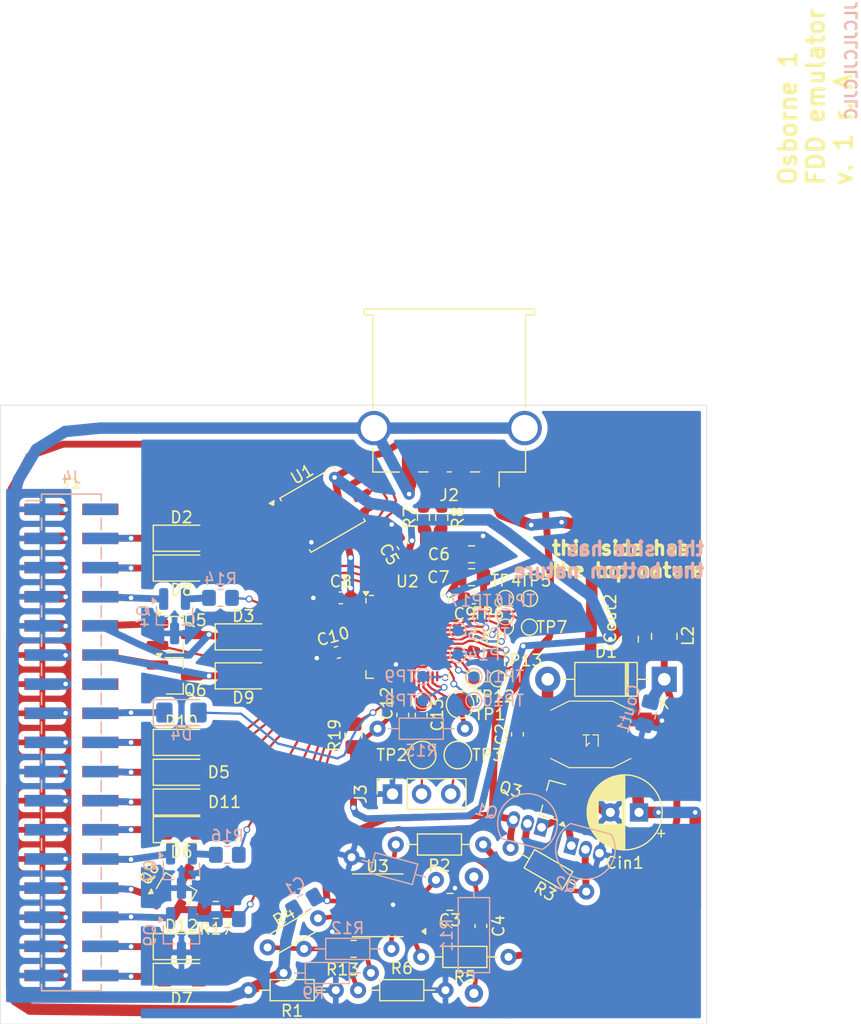
<source format=kicad_pcb>
(kicad_pcb (version 20240108) (generator "pcbnew") (generator_version "8.0")
  (layers (0 "F.Cu" signal) (31 "B.Cu" signal) (34 "B.Paste" user) (35 "F.Paste" user) (36 "B.SilkS" user "B.Silkscreen") (37 "F.SilkS" user "F.Silkscreen") (38 "B.Mask" user) (39 "F.Mask" user) (44 "Edge.Cuts" user))
  (net 0 "")
  (net 1 "Net-(D1-A)")
  (net 2 "Net-(U3-CT)")
  (net 3 "Net-(U3-1IN-)")
  (net 4 "Net-(U3-FB)")
  (net 5 "GND")
  (net 6 "Net-(U2-VREG_VOUT)")
  (net 7 "/Connector/-0V")
  (net 8 "+12V")
  (net 9 "+3V3")
  (net 10 "Net-(Q3-D)")
  (net 11 "+5V")
  (net 12 "/SEPIC/FEEDBACK")
  (net 13 "/Connector/~{DS 1}")
  (net 14 "/Level Shifter/~{DS 1} CMOS")
  (net 15 "/Connector/~{Direction}")
  (net 16 "/Level Shifter/~{Direction} CMOS")
  (net 17 "/Level Shifter/~{Step} CMOS")
  (net 18 "/Connector/~{Step}")
  (net 19 "/Level Shifter/~{Write Data} CMOS")
  (net 20 "/Connector/~{Write Data}")
  (net 21 "/Level Shifter/~{Write Gate} CMOS")
  (net 22 "/Connector/~{Write Gate}")
  (net 23 "/Level Shifter/~{Side Select} CMOS")
  (net 24 "/Connector/~{Side Select}")
  (net 25 "/Level Shifter/~{Early} CMOS")
  (net 26 "/Connector/~{Early}")
  (net 27 "/Connector/~{TG43}")
  (net 28 "/Level Shifter/~{TG43} CMOS")
  (net 29 "/Connector/~{4MHz}")
  (net 30 "/Level Shifter/~{4MHz} CMOS")
  (net 31 "/Connector/~{Late}")
  (net 32 "/Level Shifter/~{Late} CMOS")
  (net 33 "/Level Shifter/~{DS 2} CMOS")
  (net 34 "/Connector/~{DS 2}")
  (net 36 "/Connector/~{Write Protect}")
  (net 37 "/Connector/~{Index}")
  (net 38 "/Connector/Read Data")
  (net 39 "/Connector/~{Track 00}")
  (net 41 "/Processor/Port D+")
  (net 42 "/Processor/Port D-")
  (net 43 "/Processor/Debug data")
  (net 44 "/Processor/Debug clock")
  (net 45 "Net-(J1-Pin_10)")
  (net 48 "Net-(J1-Pin_12)")
  (net 49 "/SEPIC/GATE")
  (net 50 "Net-(Q2-B)")
  (net 51 "Net-(Q1-B)")
  (net 52 "Net-(Q4-B)")
  (net 53 "Net-(Q8-B)")
  (net 54 "Net-(Q9-B)")
  (net 55 "Net-(Q7-B)")
  (net 56 "/Connector/DS 1 Enable")
  (net 57 "Net-(U3-C1)")
  (net 58 "Net-(U3-REF)")
  (net 59 "Net-(R12-Pad1)")
  (net 60 "Net-(U3-1IN+)")
  (net 61 "Net-(U3-2IN-)")
  (net 62 "Net-(U3-RT)")
  (net 63 "/Processor/Chip D+")
  (net 64 "/Processor/Chip D-")
  (net 65 "Net-(U2-RUN)")
  (net 66 "/Level Shifter/Index CMOS")
  (net 67 "/Level Shifter/Track 00 CMOS")
  (net 68 "/Level Shifter/Write Protect CMOS")
  (net 69 "/Level Shifter/~{Read Data} CMOS")
  (net 70 "Net-(U1-DO(IO1))")
  (net 71 "Net-(U1-CLK)")
  (net 72 "Net-(U1-DI(IO0))")
  (net 73 "Net-(U1-~{CS})")
  (net 74 "Net-(U1-IO3)")
  (net 75 "Net-(U1-IO2)")
  (net 77 "/Connector/DS 2 Enable")
  (net 78 "Net-(U2-GPIO19)")
  (net 79 "Net-(U2-GPIO23)")
  (net 80 "Net-(U2-GPIO24)")
  (net 81 "Net-(U2-GPIO16)")
  (net 82 "Net-(U2-GPIO18)")
  (net 83 "Net-(U2-GPIO28_ADC2)")
  (net 84 "Net-(U2-GPIO21)")
  (net 85 "Net-(U2-GPIO27_ADC1)")
  (net 86 "Net-(U2-GPIO17)")
  (net 87 "Net-(U2-GPIO25)")
  (net 88 "Net-(U2-GPIO20)")
  (net 89 "Net-(U2-GPIO29_ADC3)")
  (net 90 "Net-(U2-GPIO22)")
  (net 91 "Net-(U2-GPIO26_ADC0)")
  (footprint "Package_TO_SOT_SMD:SOT-23_Handsoldering" (layer "F.Cu") (at 105.6 76.6)
    (property "Reference" "Q6")
    (property "Value" "BC847C")
  )
  (footprint "Resistor_THT:R_Axial_DIN0204_L3.6mm_D1.6mm_P7.62mm_Horizontal" (layer "F.Cu") (at 121.6025 104)
    (property "Reference" "R6")
    (property "Value" "7.5k")
  )
  (footprint "Capacitor_SMD:C_0805_2012Metric_Pad1.18x1.45mm_HandSolder" (layer "F.Cu") (at 129.6125 96.3)
    (property "Reference" "C3")
    (property "Value" "1n")
  )
  (footprint "TestPoint:TestPoint_Pad_D2.0mm" (layer "F.Cu") (at 130.5 79.1)
    (property "Reference" "TP1")
    (property "Value" "RUN")
  )
  (footprint "TestPoint:TestPoint_Pad_D1.0mm" (layer "F.Cu") (at 136.55 72.35)
    (property "Reference" "TP7")
    (property "Value" "TestPoint")
  )
  (footprint "Connector_PinSocket_2.54mm:PinSocket_1x03_P2.54mm_Vertical" (layer "F.Cu") (at 124.6 86.9 90)
    (property "Reference" "J3")
    (property "Value" "SWD Connector")
  )
  (footprint "Package_SO:TSSOP-16_4.4x5mm_P0.65mm" (layer "F.Cu") (at 123.3125 96.6 180)
    (property "Reference" "U3")
    (property "Value" "TL494")
  )
  (footprint "Capacitor_SMD:C_0603_1608Metric_Pad1.08x0.95mm_HandSolder" (layer "F.Cu") (at 125.5 80 -90)
    (property "Reference" "C12")
    (property "Value" "100n")
  )
  (footprint "Diode_SMD:D_1206_3216Metric_Pad1.42x1.75mm_HandSolder" (layer "F.Cu") (at 106.2 82.4)
    (property "Reference" "D10")
    (property "Value" "FDLL4148")
  )
  (footprint "Package_TO_SOT_SMD:SOT-23_Handsoldering" (layer "F.Cu") (at 105.8 95.2 60)
    (property "Reference" "Q8")
    (property "Value" "BC847C")
  )
  (footprint "Capacitor_SMD:C_0603_1608Metric_Pad1.08x0.95mm_HandSolder" (layer "F.Cu") (at 119.8 74.55 15)
    (property "Reference" "C10")
    (property "Value" "100n")
  )
  (footprint "Capacitor_SMD:C_0805_2012Metric_Pad1.18x1.45mm_HandSolder" (layer "F.Cu") (at 131.5 66 180)
    (property "Reference" "C6")
    (property "Value" "1u")
  )
  (footprint "Resistor_THT:R_Axial_DIN0204_L3.6mm_D1.6mm_P7.62mm_Horizontal" (layer "F.Cu") (at 124.890001 91.300001)
    (property "Reference" "R2")
    (property "Value" "27k")
  )
  (footprint "Capacitor_SMD:C_0603_1608Metric_Pad1.08x0.95mm_HandSolder" (layer "F.Cu") (at 127.1 80 90)
    (property "Reference" "C13")
    (property "Value" "100n")
  )
  (footprint "Capacitor_SMD:C_0805_2012Metric_Pad1.18x1.45mm_HandSolder" (layer "F.Cu") (at 131.5 68)
    (property "Reference" "C7")
    (property "Value" "1u")
  )
  (footprint "Capacitor_THT:CP_Radial_D6.3mm_P2.50mm" (layer "F.Cu") (at 146.099999 88.5 180)
    (property "Reference" "Cin1")
    (property "Value" "100u")
  )
  (footprint "Package_TO_SOT_SMD:SOT-23_Handsoldering" (layer "F.Cu") (at 138.605234 87.429401 165)
    (property "Reference" "Q3")
    (property "Value" "T2N7002BK")
  )
  (footprint "Resistor_THT:R_Axial_DIN0204_L3.6mm_D1.6mm_P5.08mm_Horizontal" (layer "F.Cu") (at 118.111909 97.73 -150)
    (property "Reference" "R4")
    (property "Value" "3.6k")
  )
  (footprint "Diode_SMD:D_1206_3216Metric_Pad1.42x1.75mm_HandSolder" (layer "F.Cu") (at 106.2 64.6)
    (property "Reference" "D2")
    (property "Value" "FDLL4148")
  )
  (footprint "TestPoint:TestPoint_Pad_D2.0mm" (layer "F.Cu") (at 130.3 83.5)
    (property "Reference" "TP3")
    (property "Value" "SWD")
  )
  (footprint "Resistor_THT:R_Axial_DIN0204_L3.6mm_D1.6mm_P7.62mm_Horizontal" (layer "F.Cu") (at 112.040002 104)
    (property "Reference" "R1")
    (property "Value" "0.1")
  )
  (footprint "Resistor_THT:R_Axial_DIN0204_L3.6mm_D1.6mm_P7.62mm_Horizontal" (layer "F.Cu") (at 134.900442 91.595 -30)
    (property "Reference" "R3")
    (property "Value" "27k")
  )
  (footprint "TestPoint:TestPoint_Pad_D1.0mm" (layer "F.Cu") (at 136.55 69.85)
    (property "Reference" "TP5")
    (property "Value" "TestPoint")
  )
  (footprint "Package_TO_SOT_SMD:SOT-23_Handsoldering" (layer "F.Cu") (at 105.6 73)
    (property "Reference" "Q5")
    (property "Value" "BC847C")
  )
  (footprint "Diode_SMD:D_1206_3216Metric_Pad1.42x1.75mm_HandSolder" (layer "F.Cu") (at 111.6 76.6)
    (property "Reference" "D9")
    (property "Value" "FDLL4148")
  )
  (footprint "Resistor_SMD:R_0603_1608Metric_Pad0.98x0.95mm_HandSolder" (layer "F.Cu") (at 127.3 62.799999 -90)
    (property "Reference" "R7")
    (property "Value" "27.4")
  )
  (footprint "TestPoint:TestPoint_Pad_D2.0mm" (layer "F.Cu") (at 127.2 83.5)
    (property "Reference" "TP2")
    (property "Value" "SWC")
  )
  (footprint "Connector_PinHeader_2.54mm:PinHeader_2x17_P2.54mm_Vertical_SMD" (layer "F.Cu") (at 96.6 82.4)
    (property "Reference" "J1")
    (property "Value" "Connector Out")
  )
  (footprint "Resistor_SMD:R_0805_2012Metric_Pad1.20x1.40mm_HandSolder" (layer "F.Cu") (at 109.2 97 180)
    (property "Reference" "R17")
    (property "Value" "27k")
  )
  (footprint "Package_DFN_QFN:QFN-56-1EP_7x7mm_P0.4mm_EP3.2x3.2mm" (layer "F.Cu") (at 125.9 73.2)
    (property "Reference" "U2")
    (property "Value" "RP2040")
  )
  (footprint "Resistor_SMD:R_0603_1608Metric_Pad0.98x0.95mm_HandSolder" (layer "F.Cu") (at 128.900001 62.8 90)
    (property "Reference" "R8")
    (property "Value" "27.4")
  )
  (footprint "Capacitor_SMD:C_0603_1608Metric_Pad1.08x0.95mm_HandSolder" (layer "F.Cu") (at 132.5 74.7 -15)
    (property "Reference" "C11")
    (property "Value" "100n")
  )
  (footprint "Diode_SMD:D_1206_3216Metric_Pad1.42x1.75mm_HandSolder" (layer "F.Cu") (at 106.2 87.6)
    (property "Reference" "D11")
    (property "Value" "FDLL4148")
  )
  (footprint "Diode_SMD:D_1206_3216Metric_Pad1.42x1.75mm_HandSolder" (layer "F.Cu") (at 106.2 67.2)
    (property "Reference" "D8")
    (property "Value" "FDLL4148")
  )
  (footprint "Connector_USB:USB_A_TE_292303-7_Horizontal" (layer "F.Cu") (at 129.55 52.3 180)
    (property "Reference" "J2")
    (property "Value" "USB_A")
  )
  (footprint "Capacitor_SMD:C_0603_1608Metric_Pad1.08x0.95mm_HandSolder" (layer "F.Cu") (at 135.5 81.7 -90)
    (property "Reference" "C2")
    (property "Value" "100n")
  )
  (footprint "Diode_SMD:D_1206_3216Metric_Pad1.42x1.75mm_HandSolder" (layer "F.Cu") (at 106.2 100.2)
    (property "Reference" "D12")
    (property "Value" "FDLL4148")
  )
  (footprint "Package_SO:SOIC-8_5.23x5.23mm_P1.27mm" (layer "F.Cu") (at 118.5 62.108868 30)
    (property "Reference" "U1")
    (property "Value" "W25Q16JVSSIM")
  )
  (footprint "Capacitor_SMD:C_0603_1608Metric_Pad1.08x0.95mm_HandSolder" (layer "F.Cu") (at 131.7 69.8)
    (property "Reference" "C9")
    (property "Value" "100n")
  )
  (footprint "Diode_SMD:D_1206_3216Metric_Pad1.42x1.75mm_HandSolder" (layer "F.Cu") (at 106.2 90)
    (property "Reference" "D6")
    (property "Value" "FDLL4148")
  )
  (footprint "Capacitor_SMD:C_0603_1608Metric_Pad1.08x0.95mm_HandSolder" (layer "F.Cu") (at 132.3125 98.4 90)
    (property "Reference" "C4")
    (property "Value" "100n")
  )
  (footprint "Diode_THT:D_DO-41_SOD81_P10.16mm_Horizontal" (layer "F.Cu") (at 148.3 76.9 180)
    (property "Reference" "D1")
    (property "Value" "1N5819")
  )
  (footprint "Diode_SMD:D_1206_3216Metric_Pad1.42x1.75mm_HandSolder" (layer "F.Cu") (at 106.2 85)
    (property "Reference" "D5")
    (property "Value" "FDLL4148")
  )
  (footprint "Diode_SMD:D_1206_3216Metric_Pad1.42x1.75mm_HandSolder" (layer "F.Cu") (at 111.6 73.2)
    (property "Reference" "D3")
    (property "Value" "FDLL4148")
  )
  (footprint "Resistor_THT:R_Axial_DIN0204_L3.6mm_D1.6mm_P7.62mm_Horizontal" (layer "F.Cu") (at 127.102501 101.1)
    (property "Reference" "R5")
    (property "Value" "27k")
  )
  (footprint "Capacitor_SMD:C_0805_2012Metric_Pad1.18x1.45mm_HandSolder" (layer "F.Cu") (at 145.3 73.4 -90)
    (property "Reference" "Cout2")
    (property "Value" "10u")
  )
  (footprint "Resistor_SMD:R_0805_2012Metric_Pad1.20x1.40mm_HandSolder" (layer "F.Cu") (at 121.2125 100.4)
    (property "Reference" "R13")
    (property "Value" "27k")
  )
  (footprint "TestPoint:TestPoint_Pad_D1.0mm" (layer "F.Cu") (at 133.8 76.85)
    (property "Reference" "TP13")
    (property "Value" "TestPoint")
  )
  (footprint "Resistor_SMD:R_0805_2012Metric_Pad1.20x1.40mm_HandSolder" (layer "F.Cu") (at 121.2 81.8 90)
    (property "Reference" "R19")
    (property "Value" "27k")
  )
  (footprint "Capacitor_SMD:C_0603_1608Metric_Pad1.08x0.95mm_HandSolder" (layer "F.Cu") (at 125.53125 65.2 -60)
    (property "Reference" "C5")
    (property "Value" "100n")
  )
  (footprint "Capacitor_SMD:C_0603_1608Metric_Pad1.08x0.95mm_HandSolder" (layer "F.Cu") (at 120.1 69.8)
    (property "Reference" "C8")
    (property "Value" "100n" (hide yes))
  )
  (footprint "TestPoint:TestPoint_Pad_D1.0mm" (layer "F.Cu") (at 134.45 72.35)
    (property "Reference" "TP6")
    (property "Value" "TestPoint")
  )
  (footprint "TestPoint:TestPoint_Pad_D1.0mm" (layer "F.Cu") (at 134.45 69.85)
    (property "Reference" "TP4")
    (property "Value" "TestPoint")
  )
  (footprint "custom-footprints:L_CommonModeChoke_Murata_5000_Series" (layer "F.Cu") (at 141.9 81.7 180)
    (property "Reference" "L1")
    (property "Value" "1m")
  )
  (footprint "Diode_SMD:D_1206_3216Metric_Pad1.42x1.75mm_HandSolder" (layer "F.Cu") (at 106.2 102.8)
    (property "Reference" "D7")
    (property "Value" "FDLL4148")
  )
  (footprint "Inductor_SMD:L_1008_2520Metric_Pad1.43x2.20mm_HandSolder" (layer "F.Cu") (at 148.3 73.15 90)
    (property "Reference" "L2")
    (property "Value" "10u")
  )
  (footprint "TestPoint:TestPoint_Pad_D1.0mm" (layer "F.Cu") (at 131.7 76.85)
    (property "Reference" "TP12")
    (property "Value" "TestPoint")
  )
  (footprint "Resistor_THT:R_Axial_DIN0204_L3.6mm_D1.6mm_P7.62mm_Horizontal" (layer "B.Cu") (at 123.3 81.2)
    (property "Reference" "R15")
    (property "Value" "27k")
  )
  (footprint "TestPoint:TestPoint_Pad_D1.0mm" (layer "B.Cu") (at 130.3 72.65 180)
    (property "Reference" "TP15")
    (property "Value" "TestPoint")
  )
  (footprint "Package_TO_SOT_SMD:SOT-23_Handsoldering" (layer "B.Cu") (at 106.2 93.6 -90)
    (property "Reference" "Q7")
    (property "Value" "BC847C")
  )
  (footprint "TestPoint:TestPoint_Pad_D1.0mm" (layer "B.Cu") (at 131.7 76.65 180)
    (property "Reference" "TP11")
    (property "Value" "TestPoint")
  )
  (footprint "Connector_PinSocket_2.54mm:PinSocket_2x17_P2.54mm_Vertical_SMD" (layer "B.Cu") (at 96.6 82.4 180)
    (property "Reference" "J4")
    (property "Value" "Connector In")
  )
  (footprint "TestPoint:TestPoint_Pad_D1.0mm" (layer "B.Cu") (at 134.45 71.45 180)
    (property "Reference" "TP16")
    (property "Value" "TestPoint")
  )
  (footprint "Diode_SMD:D_1206_3216Metric_Pad1.42x1.75mm_HandSolder" (layer "B.Cu") (at 106.2 79.8)
    (property "Reference" "D4")
    (property "Value" "FDLL4148")
  )
  (footprint "Package_TO_SOT_THT:TO-92_Inline" (layer "B.Cu") (at 137.6 89.8 165)
    (property "Reference" "Q1")
    (property "Value" "BC557")
  )
  (footprint "Capacitor_SMD:C_0805_2012Metric_Pad1.18x1.45mm_HandSolder" (layer "B.Cu") (at 116.9 96.4 -150)
    (property "Reference" "C1")
    (property "Value" "10u")
  )
  (footprint "Resistor_THT:R_Axial_DIN0204_L3.6mm_D1.6mm_P7.62mm_Horizontal" (layer "B.Cu") (at 122.7225 102.5 180)
    (property "Reference" "R9")
    (property "Value" "56")
  )
  (footprint "Package_TO_SOT_SMD:SOT-23_Handsoldering" (layer "B.Cu") (at 105.6 71.4 -90)
    (property "Reference" "Q4")
    (property "Value" "BC847C")
  )
  (footprint "TestPoint:TestPoint_Pad_D1.0mm" (layer "B.Cu") (at 130.3 74.75 180)
    (property "Reference" "TP14")
    (property "Value" "TestPoint")
  )
  (footprint "Package_TO_SOT_THT:TO-92_Inline" (layer "B.Cu") (at 140.2 91.4 -15)
    (property "Reference" "Q2")
    (property "Value" "BC547")
  )
  (footprint "Resistor_SMD:R_0805_2012Metric_Pad1.20x1.40mm_HandSolder" (layer "B.Cu") (at 110.2 97.8 180)
    (property "Reference" "R18" (hide yes))
    (property "Value" "27k")
  )
  (footprint "Resistor_THT:R_Axial_DIN0204_L3.6mm_D1.6mm_P7.62mm_Horizontal" (layer "B.Cu") (at 116.8925 100.4)
    (property "Reference" "R12")
    (property "Value" "27k")
  )
  (footprint "Capacitor_SMD:C_0805_2012Metric_Pad1.18x1.45mm_HandSolder" (layer "B.Cu") (at 146.831476 79.902148 -105)
    (property "Reference" "Cout1")
    (property "Value" "10u")
  )
  (footprint "Resistor_THT:R_Axial_DIN0204_L3.6mm_D1.6mm_P7.62mm_Horizontal" (layer "B.Cu") (at 128.392678 94.386101 165)
    (property "Reference" "R10" (hide yes))
    (property "Value" "12k")
  )
  (footprint "Resistor_SMD:R_0805_2012Metric_Pad1.20x1.40mm_HandSolder" (layer "B.Cu") (at 109.6 69.8 180)
    (property "Reference" "R14")
    (property "Value" "27k")
  )
  (footprint "Resistor_THT:R_Axial_DIN0207_L6.3mm_D2.5mm_P10.16mm_Horizontal" (layer "B.Cu") (at 131.7 94.12 -90)
    (property "Reference" "R11")
    (property "Value" "1M")
  )
  (footprint "TestPoint:TestPoint_Pad_D1.0mm" (layer "B.Cu") (at 132.35 71.5 180)
    (property "Reference" "TP17")
    (property "Value" "TestPoint")
  )
  (footprint "TestPoint:TestPoint_Pad_D1.0mm" (layer "B.Cu") (at 131.7 78.75 180)
    (property "Reference" "TP10")
    (property "Value" "TestPoint")
  )
  (footprint "Resistor_SMD:R_0805_2012Metric_Pad1.20x1.40mm_HandSolder" (layer "B.Cu") (at 110.2 92.2 180)
    (property "Reference" "R16")
    (property "Value" "27k")
  )
  (footprint "TestPoint:TestPoint_Pad_D1.0mm" (layer "B.Cu") (at 127.25 76.65 180)
    (property "Reference" "TP9")
    (property "Value" "TestPoint")
  )
  (footprint "Package_TO_SOT_SMD:SOT-23_Handsoldering" (layer "B.Cu") (at 106.2 99.2 -90)
    (property "Reference" "Q9")
    (property "Value" "BC847C")
  )
  (footprint "TestPoint:TestPoint_Pad_D1.0mm" (layer "B.Cu") (at 127.25 78.75 180)
    (property "Reference" "TP8")
    (property "Value" "TestPoint")
  )
  (gr_rect (start 90.4 53) (end 152 106.95) (stroke (width 0.05)) (fill none) (layer "Edge.Cuts"))
  (gr_text "JLCJLCJLCJLC" (at 165.2 17.677806 90) (layer "B.SilkS") (effects (font (size 1 1) (thickness 0.2) (bold yes)) (justify left bottom mirror)))
  (gr_text "this side has\nthe bottom nature" (at 151.95 68.15 0) (layer "B.SilkS") (effects (font (size 1.2 1.2) (thickness 0.3) (bold yes)) (justify left bottom mirror)))
  (gr_text "this side has\nthe top nature" (at 138.35 68.1 0) (layer "F.SilkS") (effects (font (size 1.2 1.2) (thickness 0.3) (bold yes)) (justify left bottom)))
  (gr_text "Osborne 1\nFDD emulator\nv. 1 r. A" (at 164.8 34 90) (layer "F.SilkS") (effects (font (size 1.5 1.5) (thickness 0.3) (bold yes)) (justify left bottom)))
  (segment (start 135.5 80.8375) (end 138.099999 80.399999) (width 1) (layer "F.Cu") (net 1))
  (segment (start 138.140001 76.899999) (end 138.099999 80.399999) (width 1) (layer "F.Cu") (net 1))
  (segment (start 128.575 96.3) (end 126.175 96.275) (width 0.4) (layer "F.Cu") (net 2))
  (segment (start 124.5 99.7) (end 124.6 98.9) (width 0.4) (layer "F.Cu") (net 3))
  (segment (start 124.5125 100.4) (end 124.5 99.7) (width 0.4) (layer "F.Cu") (net 3))
  (segment (start 126.175 98.225) (end 127.5 98.3) (width 0.4) (layer "F.Cu") (net 3))
  (segment (start 125.4 98.275) (end 124.9 98.5) (width 0.4) (layer "F.Cu") (net 3))
  (segment (start 124.6 98.9) (end 124.9 98.5) (width 0.4) (layer "F.Cu") (net 3))
  (segment (start 132.3125 99.2625) (end 131.7 104.279999) (width 0.4) (layer "F.Cu") (net 3))
  (segment (start 126.175 98.225) (end 125.4 98.275) (width 0.4) (layer "F.Cu") (net 3))
  (segment (start 127.5 98.3) (end 132.3125 99.2625) (width 0.4) (layer "F.Cu") (net 3))
  (segment (start 126.175 97.575) (end 132.3125 97.5375) (width 0.4) (layer "F.Cu") (net 4))
  (segment (start 132.3125 97.5375) (end 131.7 94.12) (width 0.4) (layer "F.Cu") (net 4))
  (segment (start 121.35 96.9) (end 123.15 96.8) (width 0.4) (layer "F.Cu") (net 5))
  (segment (start 124.9 75.6) (end 125.9 73.2) (width 0.6) (layer "F.Cu") (net 5))
  (segment (start 120.45 96.925) (end 121.35 96.9) (width 0.4) (layer "F.Cu") (net 5))
  (segment (start 124.6 86.9) (end 124.6 83.9) (width 0.4) (layer "F.Cu") (net 5))
  (segment (start 118.966889 74.773231) (end 118 75.05) (width 0.6) (layer "F.Cu") (net 5))
  (segment (start 116.334808 65.558646) (end 117.530358 64.954881) (width 0.6) (layer "F.Cu") (net 5))
  (segment (start 130.65 96.3) (end 130.05 95.1) (width 0.6) (layer "F.Cu") (net 5))
  (segment (start 132.5625 69.8) (end 132.5375 68) (width 0.6) (layer "F.Cu") (net 5))
  (segment (start 124.65 96.55) (end 125.05 96.9) (width 0.4) (layer "F.Cu") (net 5))
  (segment (start 120.45 94.975) (end 120.45 94.325) (width 0.4) (layer "F.Cu") (net 5))
  (segment (start 120.45 94.325) (end 121.032323 92.4139) (width 0.4) (layer "F.Cu") (net 5))
  (segment (start 145.699999 80.399998) (end 148.1 80.500001) (width 1) (layer "F.Cu") (net 5))
  (segment (start 125.5 80.8625) (end 127.1 80.8625) (width 0.6) (layer "F.Cu") (net 5))
  (segment (start 145.3 74.4375) (end 145.699999 80.399999) (width 1) (layer "F.Cu") (net 5))
  (segment (start 124.6 95.95) (end 124.65 96.55) (width 0.4) (layer "F.Cu") (net 5))
  (segment (start 126.175 94.975) (end 125.25 95) (width 0.4) (layer "F.Cu") (net 5))
  (segment (start 143.599999 88.5) (end 140.300002 86.900001) (width 1) (layer "F.Cu") (net 5))
  (segment (start 132.5375 66) (end 132.5375 68) (width 0.6) (layer "F.Cu") (net 5))
  (segment (start 124.85 95.2) (end 124.6 95.95) (width 0.4) (layer "F.Cu") (net 5))
  (segment (start 124.6 83.9) (end 125.5 80.8625) (width 0.4) (layer "F.Cu") (net 5))
  (segment (start 106.55 93.900962) (end 107.6 94.25) (width 0.6) (layer "F.Cu") (net 5))
  (segment (start 119.2375 69.8) (end 117.7 69.8) (width 0.6) (layer "F.Cu") (net 5))
  (segment (start 123.15 96.8) (end 124.65 96.55) (width 0.4) (layer "F.Cu") (net 5))
  (segment (start 125.1 64.453053) (end 124.53125 63.4) (width 0.6) (layer "F.Cu") (net 5))
  (segment (start 120.45 98.875) (end 119.35 98.9) (width 0.4) (layer "F.Cu") (net 5))
  (segment (start 125.25 95) (end 124.85 95.2) (width 0.4) (layer "F.Cu") (net 5))
  (segment (start 125.05 96.9) (end 126.175 96.925) (width 0.4) (layer "F.Cu") (net 5))
  (segment (start 132.5375 66) (end 132.5 64.4) (width 0.6) (layer "F.Cu") (net 5))
  (segment (start 133.333111 74.923231) (end 134.5 75.2) (width 0.6) (layer "F.Cu") (net 5))
  (segment (start 124.9 76.6375) (end 124.9 75.6) (width 0.2) (layer "F.Cu") (net 5))
  (via (at 124.53125 63.4) (size 0.6) (drill 0.4) (layers "F.Cu" "B.Cu") (net 5))
  (via (at 124.65 96.55) (size 0.6) (drill 0.4) (layers "F.Cu" "B.Cu") (net 5))
  (via (at 132.5 64.4) (size 0.6) (drill 0.4) (layers "F.Cu" "B.Cu") (net 5))
  (via (at 134.5 75.2) (size 0.6) (drill 0.4) (layers "F.Cu" "B.Cu") (net 5))
  (via (at 124.9 75.6) (size 0.6) (drill 0.4) (layers "F.Cu" "B.Cu") (net 5))
  (via (at 107.6 94.25) (size 0.6) (drill 0.4) (layers "F.Cu" "B.Cu") (net 5))
  (via (at 117.7 69.8) (size 0.6) (drill 0.4) (layers "F.Cu" "B.Cu") (net 5))
  (via (at 117.530358 64.954881) (size 0.6) (drill 0.4) (layers "F.Cu" "B.Cu") (net 5))
  (via (at 119.35 98.9) (size 0.6) (drill 0.4) (layers "F.Cu" "B.Cu") (net 5))
  (via (at 148.1 80.500001) (size 0.6) (drill 0.4) (layers "F.Cu" "B.Cu") (net 5))
  (via (at 130.05 95.1) (size 0.6) (drill 0.4) (layers "F.Cu" "B.Cu") (net 5))
  (via (at 118 75.05) (size 0.6) (drill 0.4) (layers "F.Cu" "B.Cu") (net 5))
  (segment (start 127.7 70.8) (end 127.7 70.6) (width 0.2) (layer "F.Cu") (net 6))
  (segment (start 129.7 67) (end 130.4625 66) (width 0.2) (layer "F.Cu") (net 6))
  (segment (start 126.5 78.4) (end 127.1 79.1375) (width 0.2) (layer "F.Cu") (net 6))
  (segment (start 126.1 70.8) (end 125.7 70.4) (width 0.2) (layer "F.Cu") (net 6))
  (segment (start 126.7 75.8) (end 127.5 75.8) (width 0.2) (layer "F.Cu") (net 6))
  (segment (start 128.083514 68.583514) (end 129.3 67.8) (width 0.2) (layer "F.Cu") (net 6))
  (segment (start 129.3 67.8) (end 129.7 67) (width 0.2) (layer "F.Cu") (net 6))
  (segment (start 128 75.3) (end 128 71.1) (width 0.2) (layer "F.Cu") (net 6))
  (segment (start 126.5 76.6375) (end 126.5 78.4) (width 0.2) (layer "F.Cu") (net 6))
  (segment (start 127.7 69.7625) (end 127.7 70.6) (width 0.2) (layer "F.Cu") (net 6))
  (segment (start 126.5 76.6375) (end 126.5 76) (width 0.2) (layer "F.Cu") (net 6))
  (segment (start 127.7 69.7625) (end 127.7 69) (width 0.2) (layer "F.Cu") (net 6))
  (segment (start 128 71.1) (end 127.7 70.8) (width 0.2) (layer "F.Cu") (net 6))
  (segment (start 127.5 75.8) (end 128 75.3) (width 0.2) (layer "F.Cu") (net 6))
  (segment (start 127.7 70.8) (end 126.1 70.8) (width 0.2) (layer "F.Cu") (net 6))
  (segment (start 126.5 76) (end 126.7 75.8) (width 0.2) (layer "F.Cu") (net 6))
  (segment (start 125.7 70.4) (end 125.7 69.7625) (width 0.2) (layer "F.Cu") (net 6))
  (segment (start 127.7 69) (end 128.083514 68.583514) (width 0.2) (layer "F.Cu") (net 6))
  (segment (start 94.075 69.7) (end 96.1 69.7) (width 1) (layer "F.Cu") (net 7))
  (segment (start 94.075 95.1) (end 96.1 95.1) (width 1) (layer "F.Cu") (net 7))
  (segment (start 94.075 102.72) (end 96.1 102.7) (width 1) (layer "F.Cu") (net 7))
  (segment (start 94.075 64.62) (end 96.1 64.6) (width 1) (layer "F.Cu") (net 7))
  (segment (start 94.075 84.94) (end 96.1 84.95) (width 1) (layer "F.Cu") (net 7))
  (segment (start 94.075 97.64) (end 96.1 97.65) (width 1) (layer "F.Cu") (net 7))
  (segment (start 94.075 100.18) (end 96.1 100.2) (width 1) (layer "F.Cu") (net 7))
  (segment (start 94.075 67.16) (end 96.1 67.15) (width 1) (layer "F.Cu") (net 7))
  (segment (start 94.075 62.08) (end 96.1 62.1) (width 1) (layer "F.Cu") (net 7))
  (segment (start 94.075 72.24) (end 96.1 72.25) (width 1) (layer "F.Cu") (net 7))
  (segment (start 115.1025 102.5) (end 112.040002 104) (width 1) (layer "F.Cu") (net 7))
  (segment (start 126.05 60.75) (end 126.05 58.68) (width 1) (layer "F.Cu") (net 7))
  (via (at 96.1 97.65) (size 0.6) (drill 0.4) (layers "F.Cu" "B.Cu") (net 7))
  (via (at 96.1 100.2) (size 0.6) (drill 0.4) (layers "F.Cu" "B.Cu") (net 7))
  (via (at 96.1 69.7) (size 0.6) (drill 0.4) (layers "F.Cu" "B.Cu") (net 7))
  (via (at 126.05 60.75) (size 0.6) (drill 0.4) (layers "F.Cu" "B.Cu") (net 7))
  (via (at 96.1 67.15) (size 0.6) (drill 0.4) (layers "F.Cu" "B.Cu") (net 7))
  (via (at 96.1 64.6) (size 0.6) (drill 0.4) (layers "F.Cu" "B.Cu") (net 7))
  (via (at 96.1 72.25) (size 0.6) (drill 0.4) (layers "F.Cu" "B.Cu") (net 7))
  (via (at 96.1 95.1) (size 0.6) (drill 0.4) (layers "F.Cu" "B.Cu") (net 7))
  (via (at 96.1 84.95) (size 0.6) (drill 0.4) (layers "F.Cu" "B.Cu") (net 7))
  (via (at 96.1 102.7) (size 0.6) (drill 0.4) (layers "F.Cu" "B.Cu") (net 7))
  (via (at 96.1 62.1) (size 0.6) (drill 0.4) (layers "F.Cu" "B.Cu") (net 7))
  (segment (start 122.98 55) (end 126.05 60.75) (width 1) (layer "B.Cu") (net 7))
  (segment (start 99.1 55) (end 96.05 55.3) (width 1) (layer "B.Cu") (net 7))
  (segment (start 93.55 56.85) (end 92 59.45) (width 1) (layer "B.Cu") (net 7))
  (segment (start 115.3 99.7) (end 115.1025 102.5) (width 1) (layer "B.Cu") (net 7))
  (segment (start 96.05 55.3) (end 93.55 56.85) (width 1) (layer "B.Cu") (net 7))
  (segment (start 122.98 55) (end 136.12 55) (width 1) (layer "B.Cu") (net 7))
  (segment (start 92 59.45) (end 91.6 60.85) (width 1) (layer "B.Cu") (net 7))
  (segment (start 93.65 104.6) (end 91.4 104.6) (width 1) (layer "B.Cu") (net 7))
  (segment (start 112.040002 104) (end 110.4 104.6) (width 1) (layer "B.Cu") (net 7))
  (segment (start 122.98 55) (end 99.1 55) (width 1) (layer "B.Cu") (net 7))
  (segment (start 110.4 104.6) (end 93.65 104.6) (width 1) (layer "B.Cu") (net 7))
  (segment (start 116.001499 96.91875) (end 115.3 99.7) (width 1) (layer "B.Cu") (net 7))
  (segment (start 120.45 96.275) (end 118.9 96.2) (width 0.4) (layer "F.Cu") (net 8))
  (segment (start 119.8 90.8) (end 124.1 89) (width 0.6) (layer "F.Cu") (net 8))
  (segment (start 121.75 57.15) (end 120 56.4) (width 0.6) (layer "F.Cu") (net 8))
  (segment (start 123.9 57.15) (end 122.6 57.45) (width 0.6) (layer "F.Cu") (net 8))
  (segment (start 135.3 57.2) (end 133.45 56.3) (width 0.6) (layer "F.Cu") (net 8))
  (segment (start 120 56.4) (end 95.9 56.4) (width 0.6) (layer "F.Cu") (net 8))
  (segment (start 136.5 75.35) (end 137 74.65) (width 0.6) (layer "F.Cu") (net 8))
  (segment (start 133.9 79.15) (end 135.25 77.7) (width 0.6) (layer "F.Cu") (net 8))
  (segment (start 92.9 57.45) (end 91.35 60.3) (width 0.6) (layer "F.Cu") (net 8))
  (segment (start 133.6 80.05) (end 133.9 79.15) (width 0.6) (layer "F.Cu") (net 8))
  (segment (start 138.25 73.25) (end 138.65 72.05) (width 0.6) (layer "F.Cu") (net 8))
  (segment (start 135.8 76.8) (end 136.5 75.35) (width 0.6) (layer "F.Cu") (net 8))
  (segment (start 135.146546 89.142602) (end 133.3 88.75) (width 0.6) (layer "F.Cu") (net 8))
  (segment (start 137.1 58.9) (end 135.3 57.2) (width 0.6) (layer "F.Cu") (net 8))
  (segment (start 126.25 56.3) (end 124.95 56.45) (width 0.6) (layer "F.Cu") (net 8))
  (segment (start 118.6 92.9) (end 119.8 90.8) (width 0.6) (layer "F.Cu") (net 8))
  (segment (start 122.6 57.45) (end 121.75 57.15) (width 0.6) (layer "F.Cu") (net 8))
  (segment (start 133.45 56.3) (end 126.25 56.3) (width 0.6) (layer "F.Cu") (net 8))
  (segment (start 134.9 90.5) (end 134.900442 91.595) (width 0.6) (layer "F.Cu") (net 8))
  (segment (start 124.1 89) (end 133.3 88.75) (width 0.6) (layer "F.Cu") (net 8))
  (segment (start 138.65 72.05) (end 137.8 60.25) (width 0.6) (layer "F.Cu") (net 8))
  (segment (start 133.3 88.75) (end 133.6 80.05) (width 0.6) (layer "F.Cu") (net 8))
  (segment (start 124.95 56.45) (end 123.9 57.15) (width 0.6) (layer "F.Cu") (net 8))
  (segment (start 91.35 60.3) (end 91.35 73.75) (width 0.6) (layer "F.Cu") (net 8))
  (segment (start 137.8 60.25) (end 137.1 58.9) (width 0.6) (layer "F.Cu") (net 8))
  (segment (start 137 74.65) (end 138.25 73.25) (width 0.6) (layer "F.Cu") (net 8))
  (segment (start 118.9 96.2) (end 118.6 92.9) (width 0.6) (layer "F.Cu") (net 8))
  (segment (start 135.25 77.7) (end 135.8 76.8) (width 0.6) (layer "F.Cu") (net 8))
  (segment (start 95.9 56.4) (end 92.9 57.45) (width 0.6) (layer "F.Cu") (net 8))
  (segment (start 135.146546 89.142602) (end 134.9 90.5) (width 0.6) (layer "F.Cu") (net 8))
  (via (at 96.1 79.85) (size 0.6) (drill 0.4) (layers "F.Cu" "B.Cu") (net 8))
  (via (at 96.1 77.3) (size 0.6) (drill 0.4) (layers "F.Cu" "B.Cu") (net 8))
  (via (at 96.1 74.8) (size 0.6) (drill 0.4) (layers "F.Cu" "B.Cu") (net 8))
  (via (at 118.9 96.2) (size 0.6) (drill 0.4) (layers "F.Cu" "B.Cu") (net 8))
  (via (at 96.1 82.4) (size 0.6) (drill 0.4) (layers "F.Cu" "B.Cu") (net 8))
  (segment (start 94.08 82.4) (end 96.1 82.4) (width 1) (layer "B.Cu") (net 8))
  (segment (start 94.08 74.78) (end 96.1 74.8) (width 1) (layer "B.Cu") (net 8))
  (segment (start 94.08 77.32) (end 96.1 77.3) (width 1) (layer "B.Cu") (net 8))
  (segment (start 117.798501 95.88125) (end 118.9 96.2) (width 0.4) (layer "B.Cu") (net 8))
  (segment (start 94.08 79.86) (end 96.1 79.85) (width 1) (layer "B.Cu") (net 8))
  (segment (start 132.630093 75.488913) (end 133.104464 75.843912) (width 0.2) (layer "F.Cu") (net 9))
  (segment (start 122.4625 70.6) (end 120.9625 69.8) (width 0.2) (layer "F.Cu") (net 9))
  (segment (start 130.4625 68) (end 130.8375 69.8) (width 0.2) (layer "F.Cu") (net 9))
  (segment (start 123.3 81.2) (end 121.2 82.8) (width 0.4) (layer "F.Cu") (net 9))
  (segment (start 132.45 75.3) (end 132.630093 75.488913) (width 0.2) (layer "F.Cu") (net 9))
  (segment (start 126.3 69.7625) (end 126.3 68.6) (width 0.6) (layer "F.Cu") (net 9))
  (segment (start 134.75 75.95) (end 135.2 75.65) (width 0.2) (layer "F.Cu") (net 9))
  (segment (start 120.9625 69.8) (end 120.95 68.95) (width 0.6) (layer "F.Cu") (net 9))
  (segment (start 123.3 81.2) (end 125.5 79.1375) (width 0.4) (layer "F.Cu") (net 9))
  (segment (start 148.3 71.9875) (end 145.3 72.3625) (width 1) (layer "F.Cu") (net 9))
  (segment (start 135.2 75.65) (end 136 74) (width 0.2) (layer "F.Cu") (net 9))
  (segment (start 125.9625 65.946947) (end 126.3 64.8) (width 0.6) (layer "F.Cu") (net 9))
  (segment (start 128.5 70.25) (end 128.85 70.6) (width 0.2) (layer "F.Cu") (net 9))
  (segment (start 123.1 70.6) (end 122.4625 70.6) (width 0.2) (layer "F.Cu") (net 9))
  (segment (start 133.104464 75.843912) (end 134 76) (width 0.2) (layer "F.Cu") (net 9))
  (segment (start 129.3375 70.6) (end 130.8375 69.8) (width 0.2) (layer "F.Cu") (net 9))
  (segment (start 130.4625 68) (end 129.55 69.5) (width 0.6) (layer "F.Cu") (net 9))
  (segment (start 123.5 71) (end 123.1 70.6) (width 0.2) (layer "F.Cu") (net 9))
  (segment (start 126.1 76.6375) (end 126.1 78.4) (width 0.2) (layer "F.Cu") (net 9))
  (segment (start 126.3 69.7625) (end 126.5 69.7625) (width 0.2) (layer "F.Cu") (net 9))
  (segment (start 128.5 69.7625) (end 128.5 70.25) (width 0.2) (layer "F.Cu") (net 9))
  (segment (start 121.2 82.8) (end 121.2 88.1) (width 0.6) (layer "F.Cu") (net 9))
  (segment (start 123.1 74.2) (end 123.5 73.8) (width 0.2) (layer "F.Cu") (net 9))
  (segment (start 126.1 78.4) (end 125.5 79.1375) (width 0.2) (layer "F.Cu") (net 9))
  (segment (start 134 76) (end 134.75 75.95) (width 0.2) (layer "F.Cu") (net 9))
  (segment (start 144.3 72.6) (end 143.6 73.4) (width 1) (layer "F.Cu") (net 9))
  (segment (start 122.4625 74.2) (end 123.1 74.2) (width 0.2) (layer "F.Cu") (net 9))
  (segment (start 128.85 70.6) (end 129.3375 70.6) (width 0.2) (layer "F.Cu") (net 9))
  (segment (start 120.633111 74.326769) (end 121.65 74.2) (width 0.2) (layer "F.Cu") (net 9))
  (segment (start 145.3 72.3625) (end 144.3 72.6) (width 1) (layer "F.Cu") (net 9))
  (segment (start 128.1 69.2) (end 130.4625 68) (width 0.2) (layer "F.Cu") (net 9))
  (segment (start 129.3375 74.2) (end 130.25 74.2) (width 0.2) (layer "F.Cu") (net 9))
  (segment (start 120.95 66.3) (end 119.55 59.3) (width 0.6) (layer "F.Cu") (net 9))
  (segment (start 121.65 74.2) (end 122.4625 74.2) (width 0.2) (layer "F.Cu") (net 9))
  (segment (start 131.666889 74.476769) (end 132.45 75.3) (width 0.2) (layer "F.Cu") (net 9))
  (segment (start 126.3 68.6) (end 125.9625 65.946947) (width 0.6) (layer "F.Cu") (net 9))
  (segment (start 126.1 69.7625) (end 126.3 69.7625) (width 0.2) (layer "F.Cu") (net 9))
  (segment (start 128.1 69.7625) (end 128.1 69.2) (width 0.2) (layer "F.Cu") (net 9))
  (segment (start 123.5 73.8) (end 123.5 71) (width 0.2) (layer "F.Cu") (net 9))
  (segment (start 130.25 74.2) (end 131.666889 74.476769) (width 0.2) (layer "F.Cu") (net 9))
  (segment (start 120.665191 58.65909) (end 119.55 59.3) (width 0.6) (layer "F.Cu") (net 9))
  (via (at 129.55 69.5) (size 0.6) (drill 0.4) (layers "F.Cu" "B.Cu") (net 9))
  (via (at 120.95 66.3) (size 0.6) (drill 0.4) (layers "F.Cu" "B.Cu") (net 9))
  (via (at 126.3 64.8) (size 0.6) (drill 0.4) (layers "F.Cu" "B.Cu") (net 9))
  (via (at 119.55 59.3) (size 0.6) (drill 0.4) (layers "F.Cu" "B.Cu") (net 9))
  (via (at 143.6 73.4) (size 0.6) (drill 0.4) (layers "F.Cu" "B.Cu") (net 9))
  (via (at 121.2 88.1) (size 0.6) (drill 0.4) (layers "F.Cu" "B.Cu") (net 9))
  (via (at 136 74) (size 0.6) (drill 0.4) (layers "F.Cu" "B.Cu") (net 9))
  (via (at 120.95 68.95) (size 0.6) (drill 0.4) (layers "F.Cu" "B.Cu") (net 9))
  (segment (start 137.45 66.35) (end 134.65 64.15) (width 1) (layer "B.Cu") (net 9))
  (segment (start 121.4 88.6) (end 122.3 89.05) (width 0.6) (layer "B.Cu") (net 9))
  (segment (start 120.95 68.95) (end 120.95 66.3) (width 0.6) (layer "B.Cu") (net 9))
  (segment (start 121.2 88.1) (end 121.4 88.6) (width 0.6) (layer "B.Cu") (net 9))
  (segment (start 134.55 78.55) (end 136 74) (width 0.6) (layer "B.Cu") (net 9))
  (segment (start 119.55 59.3) (end 122.6 61.55) (width 1) (layer "B.Cu") (net 9))
  (segment (start 132.35 88.05) (end 133.7 82.52517) (width 0.6) (layer "B.Cu") (net 9))
  (segment (start 122.3 89.05) (end 126.25 88.95) (width 0.6) (layer "B.Cu") (net 9))
  (segment (start 134.65 64.15) (end 133 63) (width 1) (layer "B.Cu") (net 9))
  (segment (start 131.2 88.8) (end 132.35 88.05) (width 0.6) (layer "B.Cu") (net 9))
  (segment (start 133.7 82.52517) (end 134.55 78.55) (width 0.6) (layer "B.Cu") (net 9))
  (segment (start 126.25 88.95) (end 131.2 88.8) (width 0.6) (layer "B.Cu") (net 9))
  (segment (start 133 63) (end 126.2 63) (width 1) (layer "B.Cu") (net 9))
  (segment (start 141.85 69.6) (end 137.45 66.35) (width 1) (layer "B.Cu") (net 9))
  (segment (start 143.6 73.4) (end 141.85 69.6) (width 1) (layer "B.Cu") (net 9))
  (segment (start 124.65 61.85) (end 122.6 61.55) (width 1) (layer "B.Cu") (net 9))
  (segment (start 129.55 69.5) (end 137.45 66.35) (width 0.6) (layer "B.Cu") (net 9))
  (segment (start 126.3 64.8) (end 126.2 63) (width 0.6) (layer "B.Cu") (net 9))
  (segment (start 126.2 63) (end 124.65 61.85) (width 1) (layer "B.Cu") (net 9))
  (segment (start 143.6 73.4) (end 136 74) (width 0.6) (layer "B.Cu") (net 9))
  (segment (start 138.100001 83.000002) (end 135.5 82.5625) (width 1) (layer "F.Cu") (net 10))
  (segment (start 138.100001 83.000002) (end 137.156344 87.041172) (width 1) (layer "F.Cu") (net 10))
  (segment (start 135.5 82.5625) (end 135.7 84.3) (width 1) (layer "F.Cu") (net 10))
  (segment (start 136.099999 85.699999) (end 137.156344 87.041172) (width 1) (layer "F.Cu") (net 10))
  (segment (start 135.7 84.3) (end 136.099999 85.699999) (width 1) (layer "F.Cu") (net 10))
  (segment (start 143.2 83) (end 145.700001 83) (width 1) (layer "F.Cu") (net 11))
  (segment (start 141.85 81.7) (end 142.5 82.6) (width 1) (layer "F.Cu") (net 11))
  (segment (start 91.4 103.75) (end 91.4 93.9) (width 1) (layer "F.Cu") (net 11))
  (segment (start 141.9 64.9) (end 142 70.35) (width 1) (layer "F.Cu") (net 11))
  (segment (start 148.2 101.55) (end 143.45 104.75) (width 1) (layer "F.Cu") (net 11))
  (segment (start 146.099999 88.500001) (end 145.700001 83.000001) (width 1) (layer "F.Cu") (net 11))
  (segment (start 151 88.5) (end 151 96.7) (width 1) (layer "F.Cu") (net 11))
  (segment (start 146.099999 88.5) (end 147.8 88.5) (width 1) (layer "F.Cu") (net 11))
  (segment (start 142.5 82.6) (end 143.2 83) (width 1) (layer "F.Cu") (net 11))
  (segment (start 91.75 104.85) (end 91.4 103.75) (width 1) (layer "F.Cu") (net 11))
  (segment (start 134.1 62.45) (end 133.05 60.25) (width 1) (layer "F.Cu") (net 11))
  (segment (start 135 105.95) (end 105.4 105.8) (width 1) (layer "F.Cu") (net 11))
  (segment (start 136.7 63.45) (end 134.1 62.45) (width 1) (layer "F.Cu") (net 11))
  (segment (start 133.05 60.25) (end 133.05 58.68) (width 1) (layer "F.Cu") (net 11))
  (segment (start 105.4 105.8) (end 93 105.65) (width 1) (layer "F.Cu") (net 11))
  (segment (start 151 96.7) (end 148.2 101.55) (width 1) (layer "F.Cu") (net 11))
  (segment (start 139.35 63.2) (end 140.7 63.4) (width 1) (layer "F.Cu") (net 11))
  (segment (start 143.45 104.75) (end 135 105.95) (width 1) (layer "F.Cu") (net 11))
  (segment (start 93 105.65) (end 91.75 104.85) (width 1) (layer "F.Cu") (net 11))
  (segment (start 142 70.35) (end 141.65 80.5) (width 1) (layer "F.Cu") (net 11))
  (segment (start 141.5 64.1) (end 141.9 64.9) (width 1) (layer "F.Cu") (net 11))
  (segment (start 140.7 63.4) (end 141.5 64.1) (width 1) (layer "F.Cu") (net 11))
  (segment (start 141.65 80.5) (end 141.85 81.7) (width 1) (layer "F.Cu") (net 11))
  (via (at 136.7 63.45) (size 0.6) (drill 0.4) (layers "F.Cu" "B.Cu") (net 11))
  (via (at 151 88.5) (size 0.6) (drill 0.4) (layers "F.Cu" "B.Cu") (net 11))
  (via (at 147.8 88.5) (size 0.6) (drill 0.4) (layers "F.Cu" "B.Cu") (net 11))
  (via (at 96.1 92.55) (size 0.6) (drill 0.4) (layers "F.Cu" "B.Cu") (net 11))
  (via (at 96.1 87.5) (size 0.6) (drill 0.4) (layers "F.Cu" "B.Cu") (net 11))
  (via (at 139.35 63.2) (size 0.6) (drill 0.4) (layers "F.Cu" "B.Cu") (net 11))
  (via (at 96.1 90) (size 0.6) (drill 0.4) (layers "F.Cu" "B.Cu") (net 11))
  (segment (start 94.08 90.02) (end 96.1 90) (width 1) (layer "B.Cu") (net 11))
  (segment (start 94.08 92.56) (end 96.1 92.55) (width 1) (layer "B.Cu") (net 11))
  (segment (start 94.08 87.48) (end 96.1 87.5) (width 1) (layer "B.Cu") (net 11))
  (segment (start 147.8 88.5) (end 151 88.5) (width 1) (layer "B.Cu") (net 11))
  (segment (start 139.35 63.2) (end 136.7 63.45) (width 1) (layer "B.Cu") (net 11))
  (segment (start 145 98.4) (end 148.3 94.4) (width 0.6) (layer "F.Cu") (net 12))
  (segment (start 149.4 80.2) (end 148.3 76.9) (width 0.6) (layer "F.Cu") (net 12))
  (segment (start 149.4 89.15) (end 149.4 80.2) (width 0.6) (layer "F.Cu") (net 12))
  (segment (start 134.722501 101.1) (end 141 100.2) (width 0.6) (layer "F.Cu") (net 12))
  (segment (start 141 100.2) (end 145 98.4) (width 0.6) (layer "F.Cu") (net 12))
  (segment (start 148.3 94.4) (end 149.4 89.15) (width 0.6) (layer "F.Cu") (net 12))
  (segment (start 148.3 76.9) (end 148.3 74.3125) (width 0.6) (layer "F.Cu") (net 12))
  (segment (start 147.1 78.9) (end 148.3 76.9) (width 1) (layer "B.Cu") (net 12))
  (segment (start 107.1 73) (end 108.6 73) (width 0.6) (layer "F.Cu") (net 13))
  (segment (start 107.1 73) (end 110.1125 73.199999) (width 0.6) (layer "F.Cu") (net 13))
  (via (at 108.6 73) (size 0.6) (drill 0.4) (layers "F.Cu" "B.Cu") (net 13))
  (segment (start 106.9 74.8) (end 104.7 74.8) (width 0.6) (layer "B.Cu") (net 13))
  (segment (start 102.4 73.8) (end 99.12 72.24) (width 0.6) (layer "B.Cu") (net 13))
  (segment (start 108.6 73) (end 106.9 74.8) (width 0.6) (layer "B.Cu") (net 13))
  (segment (start 104.7 74.8) (end 102.4 73.8) (width 0.6) (layer "B.Cu") (net 13))
  (segment (start 121.1 71.9) (end 117 71.9) (width 0.2) (layer "F.Cu") (net 14))
  (segment (start 122.4625 72.2) (end 121.7 72.2) (width 0.2) (layer "F.Cu") (net 14))
  (segment (start 117 71.9) (end 115.65 72.1) (width 0.2) (layer "F.Cu") (net 14))
  (segment (start 115.65 72.1) (end 113.0875 73.200001) (width 0.2) (layer "F.Cu") (net 14))
  (segment (start 121.7 72.2) (end 121.1 71.9) (width 0.2) (layer "F.Cu") (net 14))
  (segment (start 99.125 82.4) (end 101.8 82.4) (width 0.6) (layer "F.Cu") (net 15))
  (segment (start 104.7125 82.399999) (end 101.8 82.4) (width 0.6) (layer "F.Cu") (net 15))
  (via (at 101.8 82.4) (size 0.6) (drill 0.4) (layers "F.Cu" "B.Cu") (net 15))
  (segment (start 101.8 82.4) (end 99.12 82.4) (width 0.6) (layer "B.Cu") (net 15))
  (segment (start 121 73.45) (end 118.4 73.7) (width 0.2) (layer "F.Cu") (net 16))
  (segment (start 115.6 78.2) (end 111.7 81.4) (width 0.2) (layer "F.Cu") (net 16))
  (segment (start 111.7 81.4) (end 107.6875 82.400001) (width 0.2) (layer "F.Cu") (net 16))
  (segment (start 122.4625 73.8) (end 121.7 73.8) (width 0.2) (layer "F.Cu") (net 16))
  (segment (start 121.7 73.8) (end 121 73.45) (width 0.2) (layer "F.Cu") (net 16))
  (segment (start 117.25 74.7) (end 116.7 76.3) (width 0.2) (layer "F.Cu") (net 16))
  (segment (start 118.4 73.7) (end 117.75 74.05) (width 0.2) (layer "F.Cu") (net 16))
  (segment (start 116.7 76.3) (end 115.6 78.2) (width 0.2) (layer "F.Cu") (net 16))
  (segment (start 117.75 74.05) (end 117.25 74.7) (width 0.2) (layer "F.Cu") (net 16))
  (segment (start 113.8 80.6) (end 110.9 82.9) (width 0.2) (layer "F.Cu") (net 17))
  (segment (start 122.4625 74.6) (end 121.800135 74.601531) (width 0.2) (layer "F.Cu") (net 17))
  (segment (start 121.3 75) (end 120.8 75.2) (width 0.2) (layer "F.Cu") (net 17))
  (segment (start 120.8 75.2) (end 118.7 76.1) (width 0.2) (layer "F.Cu") (net 17))
  (segment (start 121.800135 74.601531) (end 121.3 75) (width 0.2) (layer "F.Cu") (net 17))
  (segment (start 110.9 82.9) (end 107.6875 85) (width 0.2) (layer "F.Cu") (net 17))
  (segment (start 118.7 76.1) (end 113.8 80.6) (width 0.2) (layer "F.Cu") (net 17))
  (segment (start 99.125 84.94) (end 101.8 85) (width 0.6) (layer "F.Cu") (net 18))
  (segment (start 101.8 85) (end 104.7125 85) (width 0.6) (layer "F.Cu") (net 18))
  (via (at 101.8 85) (size 0.6) (drill 0.4) (layers "F.Cu" "B.Cu") (net 18))
  (segment (start 101.8 85) (end 99.12 84.94) (width 0.6) (layer "B.Cu") (net 18))
  (segment (start 110.4 85.2) (end 107.6875 87.600001) (width 0.2) (layer "F.Cu") (net 19))
  (segment (start 122 75) (end 121.5 75.3) (width 0.2) (layer "F.Cu") (net 19))
  (segment (start 121.5 75.3) (end 119.7 76.3) (width 0.2) (layer "F.Cu") (net 19))
  (segment (start 122.4625 75) (end 122 75) (width 0.2) (layer "F.Cu") (net 19))
  (segment (start 119.7 76.3) (end 115.1 80.3) (width 0.2) (layer "F.Cu") (net 19))
  (segment (start 115.1 80.3) (end 110.4 85.2) (width 0.2) (layer "F.Cu") (net 19))
  (segment (start 99.125 87.48) (end 101.8 87.6) (width 0.6) (layer "F.Cu") (net 20))
  (segment (start 104.7125 87.599999) (end 101.8 87.6) (width 0.6) (layer "F.Cu") (net 20))
  (via (at 101.8 87.6) (size 0.6) (drill 0.4) (layers "F.Cu" "B.Cu") (net 20))
  (segment (start 101.8 87.6) (end 99.12 87.48) (width 0.6) (layer "B.Cu") (net 20))
  (segment (start 120 76.6) (end 114.5 82.1) (width 0.2) (layer "F.Cu") (net 21))
  (segment (start 121.62125 75.635417) (end 120 76.6) (width 0.2) (layer "F.Cu") (net 21))
  (segment (start 122.1 75.4) (end 121.62125 75.635417) (width 0.2) (layer "F.Cu") (net 21))
  (segment (start 114.5 82.1) (end 107.6875 90) (width 0.2) (layer "F.Cu") (net 21))
  (segment (start 122.4625 75.4) (end 122.1 75.4) (width 0.2) (layer "F.Cu") (net 21))
  (segment (start 101.8 90) (end 104.7125 90) (width 0.6) (layer "F.Cu") (net 22))
  (segment (start 99.125 90.02) (end 101.8 90) (width 0.6) (layer "F.Cu") (net 22))
  (via (at 101.8 90) (size 0.6) (drill 0.4) (layers "F.Cu" "B.Cu") (net 22))
  (segment (start 101.8 90) (end 99.12 90.02) (width 0.6) (layer "B.Cu") (net 22))
  (segment (start 123.4 78.067857) (end 122.4 78.4) (width 0.2) (layer "F.Cu") (net 23))
  (segment (start 124.1 77.4) (end 123.4 78.067857) (width 0.2) (layer "F.Cu") (net 23))
  (segment (start 120.2 79.4) (end 119.6 80) (width 0.2) (layer "F.Cu") (net 23))
  (segment (start 124.1 76.6375) (end 124.1 77.4) (width 0.2) (layer "F.Cu") (net 23))
  (segment (start 116.9 88.2) (end 112.5 98.6) (width 0.2) (layer "F.Cu") (net 23))
  (segment (start 122.4 78.4) (end 120.2 79.4) (width 0.2) (layer "F.Cu") (net 23))
  (segment (start 112.5 98.6) (end 109.9 100.2) (width 0.2) (layer "F.Cu") (net 23))
  (segment (start 119.6 80) (end 116.9 88.2) (width 0.2) (layer "F.Cu") (net 23))
  (segment (start 109.9 100.2) (end 107.6875 100.200001) (width 0.2) (layer "F.Cu") (net 23))
  (segment (start 101.8 100.2) (end 104.7125 100.199999) (width 0.6) (layer "F.Cu") (net 24))
  (segment (start 99.125 100.18) (end 101.8 100.2) (width 0.6) (layer "F.Cu") (net 24))
  (via (at 101.8 100.2) (size 0.6) (drill 0.4) (layers "F.Cu" "B.Cu") (net 24))
  (segment (start 101.8 100.2) (end 99.12 100.18) (width 0.6) (layer "B.Cu") (net 24))
  (segment (start 108.6 67.4) (end 107.6875 67.200001) (width 0.2) (layer "F.Cu") (net 25))
  (segment (start 114.9 70.1) (end 112.4 68.5) (width 0.2) (layer "F.Cu") (net 25))
  (segment (start 117 70.9) (end 114.9 70.1) (width 0.2) (layer "F.Cu") (net 25))
  (segment (start 122.4625 71.4) (end 121.7 71.4) (width 0.2) (layer "F.Cu") (net 25))
  (segment (start 117.6 71.1) (end 117 70.9) (width 0.2) (layer "F.Cu") (net 25))
  (segment (start 110.6 67.8) (end 108.6 67.4) (width 0.2) (layer "F.Cu") (net 25))
  (segment (start 121.7 71.4) (end 121.1 71.1) (width 0.2) (layer "F.Cu") (net 25))
  (segment (start 112.4 68.5) (end 110.6 67.8) (width 0.2) (layer "F.Cu") (net 25))
  (segment (start 121.1 71.1) (end 117.6 71.1) (width 0.2) (layer "F.Cu") (net 25))
  (segment (start 104.7125 67.199999) (end 101.8 67.2) (width 0.6) (layer "F.Cu") (net 26))
  (segment (start 99.125 67.16) (end 101.8 67.2) (width 0.6) (layer "F.Cu") (net 26))
  (via (at 101.8 67.2) (size 0.6) (drill 0.4) (layers "F.Cu" "B.Cu") (net 26))
  (segment (start 101.8 67.2) (end 99.12 67.16) (width 0.6) (layer "B.Cu") (net 26))
  (segment (start 99.125 64.62) (end 101.8 64.6) (width 0.6) (layer "F.Cu") (net 27))
  (segment (start 101.8 64.6) (end 104.7125 64.6) (width 0.6) (layer "F.Cu") (net 27))
  (via (at 101.8 64.6) (size 0.6) (drill 0.4) (layers "F.Cu" "B.Cu") (net 27))
  (segment (start 101.8 64.6) (end 99.12 64.62) (width 0.6) (layer "B.Cu") (net 27))
  (segment (start 110.8 65.9) (end 109.6 65.2) (width 0.2) (layer "F.Cu") (net 28))
  (segment (start 113.1 68) (end 110.8 65.9) (width 0.2) (layer "F.Cu") (net 28))
  (segment (start 118 70.7) (end 116 69.9) (width 0.2) (layer "F.Cu") (net 28))
  (segment (start 122.4625 71) (end 121.7 71) (width 0.2) (layer "F.Cu") (net 28))
  (segment (start 109.6 65.2) (end 107.6875 64.6) (width 0.2) (layer "F.Cu") (net 28))
  (segment (start 116 69.9) (end 113.1 68) (width 0.2) (layer "F.Cu") (net 28))
  (segment (start 121.7 71) (end 121.1 70.7) (width 0.2) (layer "F.Cu") (net 28))
  (segment (start 121.1 70.7) (end 118 70.7) (width 0.2) (layer "F.Cu") (net 28))
  (segment (start 99.125 79.86) (end 101.8 79.8) (width 0.6) (layer "F.Cu") (net 29))
  (via (at 101.8 79.8) (size 0.6) (drill 0.4) (layers "F.Cu" "B.Cu") (net 29))
  (segment (start 101.8 79.8) (end 99.12 79.86) (width 0.6) (layer "B.Cu") (net 29))
  (segment (start 104.7125 79.799999) (end 101.8 79.8) (width 0.6) (layer "B.Cu") (net 29))
  (segment (start 125.3 77.7) (end 124.65 78.5) (width 0.2) (layer "F.Cu") (net 30))
  (segment (start 124.65 78.5) (end 122.9 79.8) (width 0.2) (layer "F.Cu") (net 30))
  (segment (start 122.9 79.8) (end 121.2 80.8) (width 0.2) (layer "F.Cu") (net 30))
  (segment (start 125.3 76.6375) (end 125.3 77.7) (width 0.2) (layer "F.Cu") (net 30))
  (via (at 122.9 79.8) (size 0.6) (drill 0.4) (layers "F.Cu" "B.Cu") (net 30))
  (segment (start 111.4 79.9) (end 114.6 82.5) (width 0.2) (layer "B.Cu") (net 30))
  (segment (start 114.6 82.5) (end 119.8 83.8) (width 0.2) (layer "B.Cu") (net 30))
  (segment (start 120.4 83.5) (end 120.8 82.5) (width 0.2) (layer "B.Cu") (net 30))
  (segment (start 122.1 80.4) (end 122.9 79.8) (width 0.2) (layer "B.Cu") (net 30))
  (segment (start 121.5 81.2) (end 122.1 80.4) (width 0.2) (layer "B.Cu") (net 30))
  (segment (start 107.6875 79.800001) (end 111.4 79.9) (width 0.2) (layer "B.Cu") (net 30))
  (segment (start 120.8 82.5) (end 121.5 81.2) (width 0.2) (layer "B.Cu") (net 30))
  (segment (start 119.8 83.8) (end 120.4 83.5) (width 0.2) (layer "B.Cu") (net 30))
  (segment (start 99.125 102.72) (end 101.8 102.8) (width 0.6) (layer "F.Cu") (net 31))
  (segment (start 104.7125 102.8) (end 101.8 102.8) (width 0.6) (layer "F.Cu") (net 31))
  (via (at 101.8 102.8) (size 0.6) (drill 0.4) (layers "F.Cu" "B.Cu") (net 31))
  (segment (start 101.8 102.8) (end 99.12 102.72) (width 0.6) (layer "B.Cu") (net 31))
  (segment (start 124.5 77.6) (end 123.6 78.4) (width 0.2) (layer "F.Cu") (net 32))
  (segment (start 124.5 76.6375) (end 124.5 77.6) (width 0.2) (layer "F.Cu") (net 32))
  (segment (start 123.6 78.4) (end 122.7 78.7) (width 0.2) (layer "F.Cu") (net 32))
  (segment (start 120.6 79.8) (end 120.1 80.3) (width 0.2) (layer "F.Cu") (net 32))
  (segment (start 117.5 88.5) (end 113.2 99) (width 0.2) (layer "F.Cu") (net 32))
  (segment (start 110.4 101.8) (end 107.6875 102.8) (width 0.2) (layer "F.Cu") (net 32))
  (segment (start 120.1 80.3) (end 117.5 88.5) (width 0.2) (layer "F.Cu") (net 32))
  (segment (start 113.2 99) (end 110.4 101.8) (width 0.2) (layer "F.Cu") (net 32))
  (segment (start 122.7 78.7) (end 120.6 79.8) (width 0.2) (layer "F.Cu") (net 32))
  (segment (start 116.4 73.4) (end 115.5 74.7) (width 0.2) (layer "F.Cu") (net 33))
  (segment (start 114.4 76.1) (end 113.0875 76.600001) (width 0.2) (layer "F.Cu") (net 33))
  (segment (start 121.1 72.7) (end 118.2 72.75) (width 0.2) (layer "F.Cu") (net 33))
  (segment (start 121.7 73) (end 121.1 72.7) (width 0.2) (layer "F.Cu") (net 33))
  (segment (start 117.15 72.95) (end 116.4 73.4) (width 0.2) (layer "F.Cu") (net 33))
  (segment (start 118.2 72.75) (end 117.15 72.95) (width 0.2) (layer "F.Cu") (net 33))
  (segment (start 122.4625 73) (end 121.7 73) (width 0.2) (layer "F.Cu") (net 33))
  (segment (start 115.5 74.7) (end 114.4 76.1) (width 0.2) (layer "F.Cu") (net 33))
  (segment (start 108.6 76.6) (end 110.1125 76.599999) (width 0.6) (layer "F.Cu") (net 34))
  (segment (start 107.1 76.6) (end 108.6 76.6) (width 0.6) (layer "F.Cu") (net 34))
  (via (at 108.6 76.6) (size 0.6) (drill 0.4) (layers "F.Cu" "B.Cu") (net 34))
  (segment (start 108.6 76.6) (end 99.12 74.78) (width 0.6) (layer "B.Cu") (net 34))
  (segment (start 99.125 95.1) (end 101.8 95.2) (width 0.6) (layer "F.Cu") (net 36))
  (segment (start 101.8 95.2) (end 104.227278 96.02404) (width 0.6) (layer "F.Cu") (net 36))
  (via (at 101.8 95.2) (size 0.6) (drill 0.4) (layers "F.Cu" "B.Cu") (net 36))
  (segment (start 101.8 95.2) (end 99.12 95.1) (width 0.6) (layer "B.Cu") (net 36))
  (segment (start 99.125 69.7) (end 101.8 69.8) (width 0.6) (layer "F.Cu") (net 37))
  (via (at 101.8 69.8) (size 0.6) (drill 0.4) (layers "F.Cu" "B.Cu") (net 37))
  (segment (start 104.65 69.9) (end 101.8 69.8) (width 0.6) (layer "B.Cu") (net 37))
  (segment (start 101.8 69.8) (end 99.12 69.7) (width 0.6) (layer "B.Cu") (net 37))
  (segment (start 99.125 97.64) (end 101.8 97.6) (width 0.6) (layer "F.Cu") (net 38))
  (via (at 101.8 97.6) (size 0.6) (drill 0.4) (layers "F.Cu" "B.Cu") (net 38))
  (segment (start 101.8 97.6) (end 99.12 97.64) (width 0.6) (layer "B.Cu") (net 38))
  (segment (start 101.8 97.6) (end 105.250002 97.7) (width 0.6) (layer "B.Cu") (net 38))
  (segment (start 99.125 92.56) (end 101.8 92.6) (width 0.6) (layer "F.Cu") (net 39))
  (via (at 101.8 92.6) (size 0.6) (drill 0.4) (layers "F.Cu" "B.Cu") (net 39))
  (segment (start 101.8 92.6) (end 99.12 92.56) (width 0.6) (layer "B.Cu") (net 39))
  (segment (start 101.8 92.6) (end 105.250002 92.1) (width 0.6) (layer "B.Cu") (net 39))
  (segment (start 127.499999 61.6875) (end 127.499999 61.650002) (width 1) (layer "F.Cu") (net 41))
  (segment (start 128.949999 59.079999) (end 128.550001 58.680001) (width 1) (layer "F.Cu") (net 41))
  (segment (start 127.499999 61.650002) (end 127.500001 61.65) (width 1) (layer "F.Cu") (net 41))
  (segment (start 128.949999 59.701471) (end 128.949999 59.079999) (width 1) (layer "F.Cu") (net 41))
  (segment (start 127.3 61.887499) (end 127.499999 61.6875) (width 1) (layer "F.Cu") (net 41))
  (segment (start 127.500001 61.65) (end 127.500001 61.151469) (width 1) (layer "F.Cu") (net 41))
  (segment (start 127.500001 61.151469) (end 128.949999 59.701471) (width 1) (layer "F.Cu") (net 41))
  (segment (start 128.700001 61.6875) (end 128.700001 61.648529) (width 1) (layer "F.Cu") (net 42))
  (segment (start 128.900001 61.8875) (end 128.700001 61.6875) (width 1) (layer "F.Cu") (net 42))
  (segment (start 130.150001 59.079999) (end 130.55 58.68) (width 1) (layer "F.Cu") (net 42))
  (segment (start 130.150001 60.198529) (end 130.150001 59.079999) (width 1) (layer "F.Cu") (net 42))
  (segment (start 128.700001 61.648529) (end 130.150001 60.198529) (width 1) (layer "F.Cu") (net 42))
  (segment (start 128.3 78.4) (end 128.7 79.4) (width 0.2) (layer "F.Cu") (net 43))
  (segment (start 128.7 79.4) (end 128.9 82) (width 0.2) (layer "F.Cu") (net 43))
  (segment (start 128.9 82) (end 130.3 83.5) (width 0.2) (layer "F.Cu") (net 43))
  (segment (start 127.7 78) (end 128.3 78.4) (width 0.2) (layer "F.Cu") (net 43))
  (segment (start 127.3 77.6) (end 127.7 78) (width 0.2) (layer "F.Cu") (net 43))
  (segment (start 130.3 83.5) (end 129.68 86.9) (width 0.2) (layer "F.Cu") (net 43))
  (segment (start 127.3 76.6375) (end 127.3 77.6) (width 0.2) (layer "F.Cu") (net 43))
  (segment (start 127.8 78.5) (end 128.1 79.4) (width 0.2) (layer "F.Cu") (net 44))
  (segment (start 127.2 78.1) (end 127.8 78.5) (width 0.2) (layer "F.Cu") (net 44))
  (segment (start 128.3 82) (end 127.2 83.5) (width 0.2) (layer "F.Cu") (net 44))
  (segment (start 126.9 76.6375) (end 126.9 77.7) (width 0.2) (layer "F.Cu") (net 44))
  (segment (start 128.1 79.4) (end 128.3 82) (width 0.2) (layer "F.Cu") (net 44))
  (segment (start 127.2 83.5) (end 127.14 86.9) (width 0.2) (layer "F.Cu") (net 44))
  (segment (start 126.9 77.7) (end 127.2 78.1) (width 0.2) (layer "F.Cu") (net 44))
  (segment (start 99.125 72.24) (end 104.1 72.05) (width 0.6) (layer "F.Cu") (net 45))
  (segment (start 99.125 74.78) (end 104.1 75.650002) (width 0.6) (layer "F.Cu") (net 48))
  (segment (start 137.6 89.8) (end 139.808244 88.735258) (width 0.6) (layer "F.Cu") (net 49))
  (segment (start 140.2 91.4) (end 139.808244 88.735258) (width 0.6) (layer "F.Cu") (net 49))
  (segment (start 123 91.6) (end 123.9 90.2) (width 0.4) (layer "F.Cu") (net 50))
  (segment (start 126.7 90.2) (end 128.2 91) (width 0.4) (layer "F.Cu") (net 50))
  (segment (start 130.8 92) (end 132.4 92.9) (width 0.4) (layer "F.Cu") (net 50))
  (segment (start 121.8 95.4) (end 122.4 94) (width 0.4) (layer "F.Cu") (net 50))
  (segment (start 123.9 90.2) (end 125.095069 89.9) (width 0.4) (layer "F.Cu") (net 50))
  (segment (start 133.8 94.1) (end 136.2 95.1) (width 0.4) (layer "F.Cu") (net 50))
  (segment (start 141.4 93.1) (end 141.426727 91.7287) (width 0.6) (layer "F.Cu") (net 50))
  (segment (start 136.2 95.1) (end 141.499556 95.405) (width 0.4) (layer "F.Cu") (net 50))
  (segment (start 120.45 95.625) (end 121.3 95.6) (width 0.4) (layer "F.Cu") (net 50))
  (segment (start 128.2 91) (end 130.8 92) (width 0.4) (layer "F.Cu") (net 50))
  (segment (start 122.4 94) (end 123 91.6) (width 0.4) (layer "F.Cu") (net 50))
  (segment (start 132.4 92.9) (end 133.8 94.1) (width 0.4) (layer "F.Cu") (net 50))
  (segment (start 121.3 95.6) (end 121.8 95.4) (width 0.4) (layer "F.Cu") (net 50))
  (segment (start 141.499556 95.405) (end 141.4 93.1) (width 0.6) (layer "F.Cu") (net 50))
  (segment (start 125.095069 89.9) (end 126.7 90.2) (width 0.4) (layer "F.Cu") (net 50))
  (segment (start 136.5 92.3) (end 136.4 91.4) (width 0.6) (layer "F.Cu") (net 51))
  (segment (start 136.4 91.4) (end 136.2 90.7) (width 0.6) (layer "F.Cu") (net 51))
  (segment (start 133.3 92.2) (end 134.3 93.1) (width 0.6) (layer "F.Cu") (net 51))
  (segment (start 132.510001 91.300001) (end 133.3 92.2) (width 0.6) (layer "F.Cu") (net 51))
  (segment (start 134.3 93.1) (end 135.3 93.4) (width 0.6) (layer "F.Cu") (net 51))
  (segment (start 136 93.1) (end 136.5 92.3) (width 0.6) (layer "F.Cu") (net 51))
  (segment (start 136.2 90.7) (end 136.373273 89.4713) (width 0.6) (layer "F.Cu") (net 51))
  (segment (start 135.3 93.4) (end 136 93.1) (width 0.6) (layer "F.Cu") (net 51))
  (segment (start 106.549999 69.900001) (end 108.600001 69.8) (width 0.6) (layer "B.Cu") (net 52))
  (segment (start 105.872722 96.974037) (end 108.2 97) (width 0.6) (layer "F.Cu") (net 53))
  (segment (start 107.149998 97.7) (end 109.2 97.8) (width 0.6) (layer "B.Cu") (net 54))
  (segment (start 107.149998 92.1) (end 109.2 92.2) (width 0.6) (layer "B.Cu") (net 55))
  (segment (start 111.3 74.9) (end 108 74.8) (width 0.2) (layer "F.Cu") (net 56))
  (segment (start 115 74.3) (end 113.7 74.9) (width 0.2) (layer "F.Cu") (net 56))
  (segment (start 118.3 72.3) (end 116.95 72.45) (width 0.2) (layer "F.Cu") (net 56))
  (segment (start 115.8 73.2) (end 115 74.3) (width 0.2) (layer "F.Cu") (net 56))
  (segment (start 108 74.8) (end 104.100001 73.949999) (width 0.2) (layer "F.Cu") (net 56))
  (segment (start 121.1 72.3) (end 118.3 72.3) (width 0.2) (layer "F.Cu") (net 56))
  (segment (start 116.95 72.45) (end 116.3 72.75) (width 0.2) (layer "F.Cu") (net 56))
  (segment (start 121.7 72.6) (end 121.1 72.3) (width 0.2) (layer "F.Cu") (net 56))
  (segment (start 122.4625 72.6) (end 121.7 72.6) (width 0.2) (layer "F.Cu") (net 56))
  (segment (start 113.7 74.9) (end 111.3 74.9) (width 0.2) (layer "F.Cu") (net 56))
  (segment (start 116.3 72.75) (end 115.8 73.2) (width 0.2) (layer "F.Cu") (net 56))
  (segment (start 124.65 93.15) (end 124.890001 91.300001) (width 0.4) (layer "F.Cu") (net 57))
  (segment (start 125.4 94.3) (end 124.9 94) (width 0.4) (layer "F.Cu") (net 57))
  (segment (start 124.9 94) (end 124.65 93.15) (width 0.4) (layer "F.Cu") (net 57))
  (segment (start 126.175 94.325) (end 125.4 94.3) (width 0.4) (layer "F.Cu") (net 57))
  (segment (start 119.5 97.6) (end 118.111909 97.73) (width 0.4) (layer "F.Cu") (net 58))
  (segment (start 120.45 97.575) (end 119.5 97.6) (width 0.4) (layer "F.Cu") (net 58))
  (segment (start 116.8925 100.4) (end 120.2125 100.4) (width 0.4) (layer "F.Cu") (net 59))
  (segment (start 120.2125 100.4) (end 121.6025 104) (width 0.4) (layer "F.Cu") (net 59))
  (segment (start 113.7125 100.27) (end 116.8925 100.4) (width 0.4) (layer "F.Cu") (net 59))
  (segment (start 126.175 98.875) (end 127.102501 101.1) (width 0.4) (layer "F.Cu") (net 60))
  (segment (start 120.45 98.225) (end 121.2 98.275) (width 0.4) (layer "F.Cu") (net 61))
  (segment (start 121.8 98.6) (end 122.1 99.1) (width 0.4) (layer "F.Cu") (net 61))
  (segment (start 122.7225 102.5) (end 122.2125 100.4) (width 0.4) (layer "F.Cu") (net 61))
  (segment (start 121.2 98.275) (end 121.4 98.3) (width 0.4) (layer "F.Cu") (net 61))
  (segment (start 122.1 99.1) (end 122.2125 100.4) (width 0.4) (layer "F.Cu") (net 61))
  (segment (start 121.4 98.3) (end 121.8 98.6) (width 0.4) (layer "F.Cu") (net 61))
  (segment (start 126.175 95.625) (end 127 95.6) (width 0.4) (layer "F.Cu") (net 62))
  (segment (start 127 95.6) (end 127.4 95.5) (width 0.4) (layer "F.Cu") (net 62))
  (segment (start 127.4 95.5) (end 128.392678 94.386101) (width 0.4) (layer "F.Cu") (net 62))
  (segment (start 127.5 67) (end 127.5 63.912499) (width 1) (layer "F.Cu") (net 63))
  (segment (start 127.5 63.912499) (end 127.3 63.712499) (width 1) (layer "F.Cu") (net 63))
  (segment (start 126.9 69.7625) (end 126.9 68.2) (width 0.2) (layer "F.Cu") (net 63))
  (segment (start 126.9 68.2) (end 127.5 67) (width 0.2) (layer "F.Cu") (net 63))
  (segment (start 127.3 68.6) (end 128.1 67.8) (width 0.2) (layer "F.Cu") (net 64))
  (segment (start 128.1 67.8) (end 128.7 67) (width 0.2) (layer "F.Cu") (net 64))
  (segment (start 128.7 67) (end 128.7 63.912501) (width 1) (layer "F.Cu") (net 64))
  (segment (start 128.7 63.912501) (end 128.900001 63.7125) (width 1) (layer "F.Cu") (net 64))
  (segment (start 127.3 69.7625) (end 127.3 68.6) (width 0.2) (layer "F.Cu") (net 64))
  (segment (start 130.92 81.2) (end 130.5 79.1) (width 0.4) (layer "F.Cu") (net 65))
  (segment (start 128 77.7) (end 127.7 77.4) (width 0.2) (layer "F.Cu") (net 65))
  (segment (start 130.5 79.1) (end 128 77.7) (width 0.2) (layer "F.Cu") (net 65))
  (segment (start 127.7 77.4) (end 127.7 76.6375) (width 0.2) (layer "F.Cu") (net 65))
  (segment (start 121.7 71.8) (end 121.1 71.5) (width 0.2) (layer "F.Cu") (net 66))
  (segment (start 117.2 71.5) (end 116.6 71.3) (width 0.2) (layer "F.Cu") (net 66))
  (segment (start 113.7 70.6) (end 112.1 69.9) (width 0.2) (layer "F.Cu") (net 66))
  (segment (start 116.6 71.3) (end 113.7 70.6) (width 0.2) (layer "F.Cu") (net 66))
  (segment (start 122.4625 71.8) (end 121.7 71.8) (width 0.2) (layer "F.Cu") (net 66))
  (segment (start 121.1 71.5) (end 117.2 71.5) (width 0.2) (layer "F.Cu") (net 66))
  (via (at 112.1 69.9) (size 0.6) (drill 0.4) (layers "F.Cu" "B.Cu") (net 66))
  (segment (start 112.1 69.9) (end 110.599999 69.8) (width 0.2) (layer "B.Cu") (net 66))
  (segment (start 117.7 79.9) (end 111.9 90) (width 0.2) (layer "F.Cu") (net 67))
  (segment (start 121.6 76.1) (end 120.3 77) (width 0.2) (layer "F.Cu") (net 67))
  (segment (start 120.3 77) (end 117.7 79.9) (width 0.2) (layer "F.Cu") (net 67))
  (segment (start 122.1 75.8) (end 121.6 76.1) (width 0.2) (layer "F.Cu") (net 67))
  (segment (start 122.4625 75.8) (end 122.1 75.8) (width 0.2) (layer "F.Cu") (net 67))
  (via (at 111.9 90) (size 0.6) (drill 0.4) (layers "F.Cu" "B.Cu") (net 67))
  (segment (start 111.9 90) (end 111.2 92.2) (width 0.2) (layer "B.Cu") (net 67))
  (segment (start 119.7 78.5) (end 118.8 79.4) (width 0.2) (layer "F.Cu") (net 68))
  (segment (start 115.2 87.5) (end 112.2 93.7) (width 0.2) (layer "F.Cu") (net 68))
  (segment (start 118.8 79.4) (end 115.2 87.5) (width 0.2) (layer "F.Cu") (net 68))
  (segment (start 112.2 93.7) (end 110.2 97) (width 0.2) (layer "F.Cu") (net 68))
  (segment (start 121.4 77.8) (end 119.7 78.5) (width 0.2) (layer "F.Cu") (net 68))
  (segment (start 123.3 76.6375) (end 123.3 77.1) (width 0.2) (layer "F.Cu") (net 68))
  (segment (start 123.3 77.1) (end 121.4 77.8) (width 0.2) (layer "F.Cu") (net 68))
  (segment (start 120 78.9) (end 120.5 78.667525) (width 0.2) (layer "F.Cu") (net 69))
  (segment (start 116.3 87.9) (end 119.1 80) (width 0.2) (layer "F.Cu") (net 69))
  (segment (start 123.698946 77.298895) (end 123.7 76.6375) (width 0.2) (layer "F.Cu") (net 69))
  (segment (start 120.5 78.667525) (end 123.1 77.7) (width 0.2) (layer "F.Cu") (net 69))
  (segment (start 112.2 96.5) (end 116.3 87.9) (width 0.2) (layer "F.Cu") (net 69))
  (segment (start 123.1 77.7) (end 123.698946 77.298895) (width 0.2) (layer "F.Cu") (net 69))
  (segment (start 119.1 80) (end 119.3 79.6) (width 0.2) (layer "F.Cu") (net 69))
  (segment (start 119.3 79.6) (end 120 78.9) (width 0.2) (layer "F.Cu") (net 69))
  (via (at 112.2 96.5) (size 0.6) (drill 0.4) (layers "F.Cu" "B.Cu") (net 69))
  (segment (start 112.2 96.5) (end 111.2 97.8) (width 0.2) (layer "B.Cu") (net 69))
  (segment (start 115.3 67.708868) (end 113.97537 66.908868) (width 0.2) (layer "F.Cu") (net 70))
  (segment (start 123.7 69.7625) (end 123.7 69.2) (width 0.2) (layer "F.Cu") (net 70))
  (segment (start 113.97537 66.908868) (end 113.7 65.508868) (width 0.2) (layer "F.Cu") (net 70))
  (segment (start 113.9 64.308868) (end 115.064809 63.358942) (width 0.2) (layer "F.Cu") (net 70))
  (segment (start 113.7 65.508868) (end 113.9 64.308868) (width 0.2) (layer "F.Cu") (net 70))
  (segment (start 121.1 67.6) (end 117.9 67.708868) (width 0.2) (layer "F.Cu") (net 70))
  (segment (start 122.7 68) (end 121.1 67.6) (width 0.2) (layer "F.Cu") (net 70))
  (segment (start 117.9 67.708868) (end 115.3 67.708868) (width 0.2) (layer "F.Cu") (net 70))
  (segment (start 123.7 69.2) (end 122.7 68) (width 0.2) (layer "F.Cu") (net 70))
  (segment (start 124.9 68.6) (end 123.118534 63.708868) (width 0.2) (layer "F.Cu") (net 71))
  (segment (start 124.1 61.108868) (end 123.7 60.508868) (width 0.2) (layer "F.Cu") (net 71))
  (segment (start 124.1 61.708868) (end 124.1 61.108868) (width 0.2) (layer "F.Cu") (net 71))
  (segment (start 123.3 62.908868) (end 124.1 61.708868) (width 0.2) (layer "F.Cu") (net 71))
  (segment (start 123.1 60.308868) (end 121.935191 60.858794) (width 0.2) (layer "F.Cu") (net 71))
  (segment (start 123.118534 63.708868) (end 123.3 62.908868) (width 0.2) (layer "F.Cu") (net 71))
  (segment (start 124.9 69.7625) (end 124.9 68.6) (width 0.2) (layer "F.Cu") (net 71))
  (segment (start 123.7 60.508868) (end 123.1 60.308868) (width 0.2) (layer "F.Cu") (net 71))
  (segment (start 124.5 69.7625) (end 124.5 68.8) (width 0.2) (layer "F.Cu") (net 72))
  (segment (start 122.1 63.508868) (end 122.570194 61.958647) (width 0.2) (layer "F.Cu") (net 72))
  (segment (start 124.5 68.8) (end 122.1 63.508868) (width 0.2) (layer "F.Cu") (net 72))
  (segment (start 122.3 68.508868) (end 121.1 68.2) (width 0.2) (layer "F.Cu") (net 73))
  (segment (start 112.9 63.508868) (end 114.429806 62.259089) (width 0.2) (layer "F.Cu") (net 73))
  (segment (start 113.5 67.308868) (end 112.7 64.908868) (width 0.2) (layer "F.Cu") (net 73))
  (segment (start 121.1 68.2) (end 115.1 68.308868) (width 0.2) (layer "F.Cu") (net 73))
  (segment (start 123.3 69.7625) (end 122.3 68.508868) (width 0.2) (layer "F.Cu") (net 73))
  (segment (start 112.7 64.908868) (end 112.9 63.508868) (width 0.2) (layer "F.Cu") (net 73))
  (segment (start 115.1 68.308868) (end 113.5 67.308868) (width 0.2) (layer "F.Cu") (net 73))
  (segment (start 123.7 63.908868) (end 123.9 62.908868) (width 0.2) (layer "F.Cu") (net 74))
  (segment (start 124.9 61.308868) (end 124.5 60.308868) (width 0.2) (layer "F.Cu") (net 74))
  (segment (start 123.7 59.308868) (end 122.5 59.108868) (width 0.2) (layer "F.Cu") (net 74))
  (segment (start 122.5 59.108868) (end 121.300192 59.758942) (width 0.2) (layer "F.Cu") (net 74))
  (segment (start 124.7 62.242201) (end 124.9 61.308868) (width 0.2) (layer "F.Cu") (net 74))
  (segment (start 125.3 68.4) (end 123.7 63.908868) (width 0.2) (layer "F.Cu") (net 74))
  (segment (start 124.5 60.308868) (end 123.7 59.308868) (width 0.2) (layer "F.Cu") (net 74))
  (segment (start 123.9 62.908868) (end 124.7 62.242201) (width 0.2) (layer "F.Cu") (net 74))
  (segment (start 125.3 69.7625) (end 125.3 68.4) (width 0.2) (layer "F.Cu") (net 74))
  (segment (start 121.1 67) (end 115.5 67.108868) (width 0.2) (layer "F.Cu") (net 75))
  (segment (start 124.1 69.7625) (end 124.1 69) (width 0.2) (layer "F.Cu") (net 75))
  (segment (start 123.1 67.508868) (end 121.1 67) (width 0.2) (layer "F.Cu") (net 75))
  (segment (start 114.5 66.308868) (end 114.5 65.508868) (width 0.2) (layer "F.Cu") (net 75))
  (segment (start 124.1 69) (end 123.1 67.508868) (width 0.2) (layer "F.Cu") (net 75))
  (segment (start 114.833333 66.708868) (end 114.5 66.308868) (width 0.2) (layer "F.Cu") (net 75))
  (segment (start 114.7 65.108868) (end 115.699808 64.458794) (width 0.2) (layer "F.Cu") (net 75))
  (segment (start 115.5 67.108868) (end 114.833333 66.708868) (width 0.2) (layer "F.Cu") (net 75))
  (segment (start 114.5 65.508868) (end 114.7 65.108868) (width 0.2) (layer "F.Cu") (net 75))
  (segment (start 121.1 73.1) (end 120.6 73.1) (width 0.2) (layer "F.Cu") (net 77))
  (segment (start 116.7 74.25) (end 115.2 77.5) (width 0.2) (layer "F.Cu") (net 77))
  (segment (start 120.6 73.1) (end 118.25 73.25) (width 0.2) (layer "F.Cu") (net 77))
  (segment (start 112.7 78.7) (end 109.2 78.5) (width 0.2) (layer "F.Cu") (net 77))
  (segment (start 121.7 73.4) (end 121.1 73.1) (width 0.2) (layer "F.Cu") (net 77))
  (segment (start 115.2 77.5) (end 112.7 78.7) (width 0.2) (layer "F.Cu") (net 77))
  (segment (start 122.4625 73.4) (end 121.7 73.4) (width 0.2) (layer "F.Cu") (net 77))
  (segment (start 109.2 78.5) (end 104.099999 77.549998) (width 0.2) (layer "F.Cu") (net 77))
  (segment (start 118.25 73.25) (end 117.35 73.5) (width 0.2) (layer "F.Cu") (net 77))
  (segment (start 117.35 73.5) (end 116.7 74.25) (width 0.2) (layer "F.Cu") (net 77))
  (segment (start 129.8 75.4) (end 129.996842 75.454394) (width 0.2) (layer "F.Cu") (net 78))
  (segment (start 129.3375 75.4) (end 129.8 75.4) (width 0.2) (layer "F.Cu") (net 78))
  (segment (start 129.996842 75.454394) (end 130.35 76.1) (width 0.2) (layer "F.Cu") (net 78))
  (via (at 130.35 76.1) (size 0.6) (drill 0.4) (layers "F.Cu" "B.Cu") (net 78))
  (segment (start 130.35 76.1) (end 131.7 76.65) (width 0.2) (layer "B.Cu") (net 78))
  (segment (start 134.1 73.6) (end 132.95 73.6) (width 0.2) (layer "F.Cu") (net 79))
  (segment (start 132.95 73.6) (end 131.95 73.15) (width 0.2) (layer "F.Cu") (net 79))
  (segment (start 131.15 73.15) (end 130.65 73.4) (width 0.2) (layer "F.Cu") (net 79))
  (segment (start 131.95 73.15) (end 131.15 73.15) (width 0.2) (layer "F.Cu") (net 79))
  (segment (start 130.65 73.4) (end 129.3375 73.4) (width 0.2) (layer "F.Cu") (net 79))
  (via (at 134.1 73.6) (size 0.6) (drill 0.4) (layers "F.Cu" "B.Cu") (net 79))
  (segment (start 133 73.6) (end 130.3 72.65) (width 0.2) (layer "B.Cu") (net 79))
  (segment (start 134.1 73.6) (end 133 73.6) (width 0.2) (layer "B.Cu") (net 79))
  (segment (start 132.6 73) (end 132.1 72.75) (width 0.2) (layer "F.Cu") (net 80))
  (segment (start 133.3 73) (end 132.6 73) (width 0.2) (layer "F.Cu") (net 80))
  (segment (start 130.55 73) (end 129.3375 73) (width 0.2) (layer "F.Cu") (net 80))
  (segment (start 132.1 72.75) (end 131.05 72.75) (width 0.2) (layer "F.Cu") (net 80))
  (segment (start 131.05 72.75) (end 130.55 73) (width 0.2) (layer "F.Cu") (net 80))
  (via (at 133.3 73) (size 0.6) (drill 0.4) (layers "F.Cu" "B.Cu") (net 80))
  (segment (start 133.3 73) (end 134.45 71.45) (width 0.2) (layer "B.Cu") (net 80))
  (segment (start 128.5 77.5) (end 129.1 77.6) (width 0.2) (layer "F.Cu") (net 81))
  (segment (start 128.1 77.1) (end 128.1 77.2) (width 0.2) (layer "F.Cu") (net 81))
  (segment (start 128.1 76.6375) (end 128.1 77.1) (width 0.2) (layer "F.Cu") (net 81))
  (segment (start 128.1 77.2) (end 128.5 77.5) (width 0.2) (layer "F.Cu") (net 81))
  (via (at 129.1 77.6) (size 0.6) (drill 0.4) (layers "F.Cu" "B.Cu") (net 81))
  (segment (start 129.1 77.6) (end 127.25 78.75) (width 0.2) (layer "B.Cu") (net 81))
  (segment (start 129.95 76.8) (end 129.95 77.3) (width 0.2) (layer "F.Cu") (net 82))
  (segment (start 129.3375 75.8) (end 129.75 76.4) (width 0.2) (layer "F.Cu") (net 82))
  (segment (start 129.75 76.4) (end 129.95 76.8) (width 0.2) (layer "F.Cu") (net 82))
  (via (at 129.95 77.3) (size 0.6) (drill 0.4) (layers "F.Cu" "B.Cu") (net 82))
  (segment (start 129.95 77.3) (end 131.7 78.75) (width 0.2) (layer "B.Cu") (net 82))
  (segment (start 130.65 71) (end 135.2 71) (width 0.2) (layer "F.Cu") (net 83))
  (segment (start 129.3375 71.4) (end 130.05 71.4) (width 0.2) (layer "F.Cu") (net 83))
  (segment (start 135.2 71) (end 136.55 69.85) (width 0.2) (layer "F.Cu") (net 83))
  (segment (start 130.05 71.4) (end 130.65 71) (width 0.2) (layer "F.Cu") (net 83))
  (segment (start 130.2 74.6) (end 130.7 74.9) (width 0.2) (layer "F.Cu") (net 84))
  (segment (start 131 75.15) (end 132.3 75.75) (width 0.2) (layer "F.Cu") (net 84))
  (segment (start 132.3 75.75) (end 133.8 76.85) (width 0.2) (layer "F.Cu") (net 84))
  (segment (start 130.7 74.9) (end 131 75.15) (width 0.2) (layer "F.Cu") (net 84))
  (segment (start 129.3375 74.6) (end 130.2 74.6) (width 0.2) (layer "F.Cu") (net 84))
  (segment (start 130.2 71.8) (end 130.8 71.4) (width 0.2) (layer "F.Cu") (net 85))
  (segment (start 130.8 71.4) (end 135.2 71.4) (width 0.2) (layer "F.Cu") (net 85))
  (segment (start 135.2 71.4) (end 136.55 72.35) (width 0.2) (layer "F.Cu") (net 85))
  (segment (start 129.3375 71.8) (end 130.2 71.8) (width 0.2) (layer "F.Cu") (net 85))
  (segment (start 128.5 76.6375) (end 129.2 76.75) (width 0.2) (layer "F.Cu") (net 86))
  (via (at 129.2 76.75) (size 0.6) (drill 0.4) (layers "F.Cu" "B.Cu") (net 86))
  (segment (start 129.2 76.75) (end 127.25 76.65) (width 0.2) (layer "B.Cu") (net 86))
  (segment (start 132.75 72.4) (end 132.2 72.3) (width 0.2) (layer "F.Cu") (net 87))
  (segment (start 132.2 72.3) (end 131.05 72.3) (width 0.2) (layer "F.Cu") (net 87))
  (segment (start 130.45 72.6) (end 129.3375 72.6) (width 0.2) (layer "F.Cu") (net 87))
  (segment (start 131.05 72.3) (end 130.45 72.6) (width 0.2) (layer "F.Cu") (net 87))
  (via (at 132.75 72.4) (size 0.6) (drill 0.4) (layers "F.Cu" "B.Cu") (net 87))
  (segment (start 132.35 71.5) (end 132.75 72.4) (width 0.2) (layer "B.Cu") (net 87))
  (segment (start 130.05 75) (end 130.7 75.45) (width 0.2) (layer "F.Cu") (net 88))
  (segment (start 129.3375 75) (end 130.05 75) (width 0.2) (layer "F.Cu") (net 88))
  (segment (start 130.7 75.45) (end 131.7 76.85) (width 0.2) (layer "F.Cu") (net 88))
  (segment (start 129.9 71) (end 130.5 70.6) (width 0.2) (layer "F.Cu") (net 89))
  (segment (start 133.05 70.6) (end 134.45 69.85) (width 0.2) (layer "F.Cu") (net 89))
  (segment (start 130.5 70.6) (end 133.05 70.6) (width 0.2) (layer "F.Cu") (net 89))
  (segment (start 129.3375 71) (end 129.9 71) (width 0.2) (layer "F.Cu") (net 89))
  (segment (start 131.85 73.55) (end 132.85 74) (width 0.2) (layer "F.Cu") (net 90))
  (segment (start 130.75 73.8) (end 131.25 73.55) (width 0.2) (layer "F.Cu") (net 90))
  (segment (start 129.3375 73.8) (end 130.75 73.8) (width 0.2) (layer "F.Cu") (net 90))
  (segment (start 132.85 74) (end 134.5 74.35) (width 0.2) (layer "F.Cu") (net 90))
  (segment (start 131.25 73.55) (end 131.85 73.55) (width 0.2) (layer "F.Cu") (net 90))
  (via (at 134.5 74.35) (size 0.6) (drill 0.4) (layers "F.Cu" "B.Cu") (net 90))
  (segment (start 133 74.35) (end 130.3 74.75) (width 0.2) (layer "B.Cu") (net 90))
  (segment (start 134.5 74.35) (end 133 74.35) (width 0.2) (layer "B.Cu") (net 90))
  (segment (start 130.95 71.8) (end 133.05 71.8) (width 0.2) (layer "F.Cu") (net 91))
  (segment (start 129.3375 72.2) (end 130.35 72.2) (width 0.2) (layer "F.Cu") (net 91))
  (segment (start 130.35 72.2) (end 130.95 71.8) (width 0.2) (layer "F.Cu") (net 91))
  (segment (start 133.05 71.8) (end 134.45 72.35) (width 0.2) (layer "F.Cu") (net 91))
  (zone (net 8) (net_name "+12V") (layer "F.Cu") (connect_pads (clearance 0.5)) (min_thickness 0.25) (fill yes (thermal_gap 0.5) (thermal_bridge_width 0.5))
    (polygon (pts (xy 96.6 73.25) (xy 90.9 73.25) (xy 90.9 83.95) (xy 96.6 83.95)))
  )
  (zone (net 11) (net_name "+5V") (layer "F.Cu") (priority 2) (connect_pads (clearance 0.5)) (min_thickness 0.25) (fill yes (thermal_gap 0.5) (thermal_bridge_width 0.5))
    (polygon (pts (xy 96.6 85.95) (xy 90.9 85.95) (xy 90.9 94.1) (xy 96.6 94.1)))
  )
  (zone (net 5) (net_name "GND") (layer "B.Cu") (priority 3) (connect_pads (clearance 0.5)) (min_thickness 0.25) (fill yes (thermal_gap 0.5) (thermal_bridge_width 0.5))
    (polygon (pts (xy 152 53) (xy 102.7 53) (xy 102.65 106.95) (xy 152 106.95)))
  )
  (zone (net 7) (net_name "/Connector/-0V") (layer "B.Cu") (priority 1) (connect_pads (clearance 0.5)) (min_thickness 0.25) (fill yes (thermal_gap 0.5) (thermal_bridge_width 0.5))
    (polygon (pts (xy 96.6 60.3) (xy 96.6 73.75) (xy 92 73.75) (xy 92 83.4) (xy 96.6 83.4) (xy 96.6 86.5) (xy 92 86.5) (xy 92 93.55) (xy 96.6 93.55) (xy 96.6 105.1) (xy 90.9 105.05) (xy 90.9 60.3)))
  )
)
</source>
